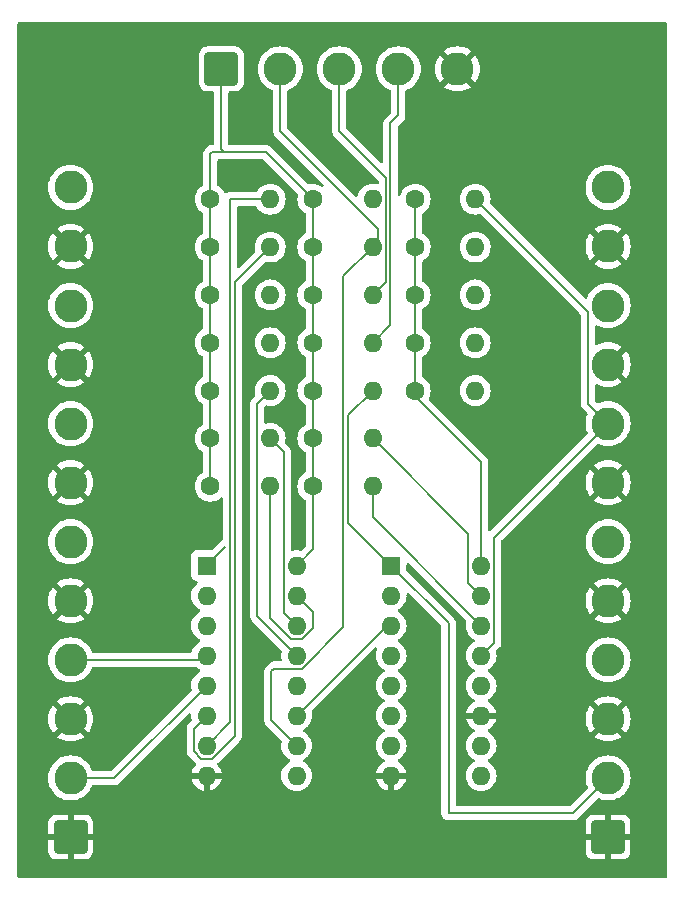
<source format=gbr>
G04 #@! TF.GenerationSoftware,KiCad,Pcbnew,8.0.6-8.0.6-0~ubuntu20.04.1*
G04 #@! TF.CreationDate,2025-03-06T21:33:17+00:00*
G04 #@! TF.ProjectId,SNES_CONTROLLER,534e4553-5f43-44f4-9e54-524f4c4c4552,rev?*
G04 #@! TF.SameCoordinates,Original*
G04 #@! TF.FileFunction,Copper,L1,Top*
G04 #@! TF.FilePolarity,Positive*
%FSLAX46Y46*%
G04 Gerber Fmt 4.6, Leading zero omitted, Abs format (unit mm)*
G04 Created by KiCad (PCBNEW 8.0.6-8.0.6-0~ubuntu20.04.1) date 2025-03-06 21:33:17*
%MOMM*%
%LPD*%
G01*
G04 APERTURE LIST*
G04 Aperture macros list*
%AMRoundRect*
0 Rectangle with rounded corners*
0 $1 Rounding radius*
0 $2 $3 $4 $5 $6 $7 $8 $9 X,Y pos of 4 corners*
0 Add a 4 corners polygon primitive as box body*
4,1,4,$2,$3,$4,$5,$6,$7,$8,$9,$2,$3,0*
0 Add four circle primitives for the rounded corners*
1,1,$1+$1,$2,$3*
1,1,$1+$1,$4,$5*
1,1,$1+$1,$6,$7*
1,1,$1+$1,$8,$9*
0 Add four rect primitives between the rounded corners*
20,1,$1+$1,$2,$3,$4,$5,0*
20,1,$1+$1,$4,$5,$6,$7,0*
20,1,$1+$1,$6,$7,$8,$9,0*
20,1,$1+$1,$8,$9,$2,$3,0*%
G04 Aperture macros list end*
G04 #@! TA.AperFunction,ComponentPad*
%ADD10C,1.600000*%
G04 #@! TD*
G04 #@! TA.AperFunction,ComponentPad*
%ADD11O,1.600000X1.600000*%
G04 #@! TD*
G04 #@! TA.AperFunction,ComponentPad*
%ADD12RoundRect,0.250001X1.149999X-1.149999X1.149999X1.149999X-1.149999X1.149999X-1.149999X-1.149999X0*%
G04 #@! TD*
G04 #@! TA.AperFunction,ComponentPad*
%ADD13C,2.800000*%
G04 #@! TD*
G04 #@! TA.AperFunction,ComponentPad*
%ADD14R,1.600000X1.600000*%
G04 #@! TD*
G04 #@! TA.AperFunction,ComponentPad*
%ADD15RoundRect,0.250001X-1.149999X-1.149999X1.149999X-1.149999X1.149999X1.149999X-1.149999X1.149999X0*%
G04 #@! TD*
G04 #@! TA.AperFunction,Conductor*
%ADD16C,0.200000*%
G04 #@! TD*
G04 APERTURE END LIST*
D10*
X124000000Y-75500000D03*
D11*
X129080000Y-75500000D03*
D10*
X124000000Y-83600000D03*
D11*
X129080000Y-83600000D03*
D10*
X132680000Y-87650000D03*
D11*
X137760000Y-87650000D03*
D12*
X103500000Y-129500000D03*
D13*
X103500000Y-124500000D03*
X103500000Y-119500000D03*
X103500000Y-114500000D03*
X103500000Y-109500000D03*
X103500000Y-104500000D03*
X103500000Y-99500000D03*
X103500000Y-94500000D03*
X103500000Y-89500000D03*
X103500000Y-84500000D03*
X103500000Y-79500000D03*
X103500000Y-74500000D03*
D14*
X130635000Y-106520000D03*
D11*
X130635000Y-109060000D03*
X130635000Y-111600000D03*
X130635000Y-114140000D03*
X130635000Y-116680000D03*
X130635000Y-119220000D03*
X130635000Y-121760000D03*
X130635000Y-124300000D03*
X138255000Y-124300000D03*
X138255000Y-121760000D03*
X138255000Y-119220000D03*
X138255000Y-116680000D03*
X138255000Y-114140000D03*
X138255000Y-111600000D03*
X138255000Y-109060000D03*
X138255000Y-106520000D03*
D10*
X132680000Y-91700000D03*
D11*
X137760000Y-91700000D03*
D10*
X115320000Y-95750000D03*
D11*
X120400000Y-95750000D03*
D10*
X132680000Y-75500000D03*
D11*
X137760000Y-75500000D03*
D10*
X115320000Y-79550000D03*
D11*
X120400000Y-79550000D03*
D12*
X149000000Y-129500000D03*
D13*
X149000000Y-124500000D03*
X149000000Y-119500000D03*
X149000000Y-114500000D03*
X149000000Y-109500000D03*
X149000000Y-104500000D03*
X149000000Y-99500000D03*
X149000000Y-94500000D03*
X149000000Y-89500000D03*
X149000000Y-84500000D03*
X149000000Y-79500000D03*
X149000000Y-74500000D03*
D10*
X115320000Y-75500000D03*
D11*
X120400000Y-75500000D03*
D10*
X124000000Y-79550000D03*
D11*
X129080000Y-79550000D03*
D10*
X124000000Y-95750000D03*
D11*
X129080000Y-95750000D03*
D10*
X115320000Y-99800000D03*
D11*
X120400000Y-99800000D03*
D15*
X116250000Y-64467500D03*
D13*
X121250000Y-64467500D03*
X126250000Y-64467500D03*
X131250000Y-64467500D03*
X136250000Y-64467500D03*
D10*
X124000000Y-87650000D03*
D11*
X129080000Y-87650000D03*
D10*
X115320000Y-87650000D03*
D11*
X120400000Y-87650000D03*
D14*
X115015000Y-106520000D03*
D11*
X115015000Y-109060000D03*
X115015000Y-111600000D03*
X115015000Y-114140000D03*
X115015000Y-116680000D03*
X115015000Y-119220000D03*
X115015000Y-121760000D03*
X115015000Y-124300000D03*
X122635000Y-124300000D03*
X122635000Y-121760000D03*
X122635000Y-119220000D03*
X122635000Y-116680000D03*
X122635000Y-114140000D03*
X122635000Y-111600000D03*
X122635000Y-109060000D03*
X122635000Y-106520000D03*
D10*
X124000000Y-91700000D03*
D11*
X129080000Y-91700000D03*
D10*
X115320000Y-91700000D03*
D11*
X120400000Y-91700000D03*
D10*
X115320000Y-83600000D03*
D11*
X120400000Y-83600000D03*
D10*
X132680000Y-83600000D03*
D11*
X137760000Y-83600000D03*
D10*
X124000000Y-99800000D03*
D11*
X129080000Y-99800000D03*
D10*
X132680000Y-79550000D03*
D11*
X137760000Y-79550000D03*
D16*
X132680000Y-79550000D02*
X132680000Y-83600000D01*
X115320000Y-75500000D02*
X115320000Y-71680000D01*
X124000000Y-75500000D02*
X124000000Y-79550000D01*
X132680000Y-75500000D02*
X132680000Y-79550000D01*
X132680000Y-83600000D02*
X132680000Y-87650000D01*
X115320000Y-71680000D02*
X115500000Y-71500000D01*
X132680000Y-92180000D02*
X138255000Y-97755000D01*
X116000000Y-71500000D02*
X116500000Y-71500000D01*
X115320000Y-87650000D02*
X115320000Y-91700000D01*
X124000000Y-95750000D02*
X124000000Y-99800000D01*
X115320000Y-79550000D02*
X115320000Y-83600000D01*
X124000000Y-87650000D02*
X124000000Y-91700000D01*
X124000000Y-105155000D02*
X122635000Y-106520000D01*
X124000000Y-79550000D02*
X124000000Y-83600000D01*
X115320000Y-83600000D02*
X115320000Y-87650000D01*
X116250000Y-64467500D02*
X116250000Y-71250000D01*
X124000000Y-99800000D02*
X124000000Y-105155000D01*
X115500000Y-71500000D02*
X116000000Y-71500000D01*
X116500000Y-71500000D02*
X120000000Y-71500000D01*
X124000000Y-83600000D02*
X124000000Y-87650000D01*
X132680000Y-91700000D02*
X132680000Y-92180000D01*
X132680000Y-87650000D02*
X132680000Y-91700000D01*
X124000000Y-91700000D02*
X124000000Y-95750000D01*
X116250000Y-71250000D02*
X116500000Y-71500000D01*
X115320000Y-75500000D02*
X115320000Y-79550000D01*
X138255000Y-97755000D02*
X138255000Y-106520000D01*
X115320000Y-91700000D02*
X115320000Y-95750000D01*
X124000000Y-75500000D02*
X120000000Y-71500000D01*
X115320000Y-95750000D02*
X115320000Y-99800000D01*
X126250000Y-64467500D02*
X126250000Y-69750000D01*
X130180000Y-73680000D02*
X130180000Y-82500000D01*
X126250000Y-69750000D02*
X130180000Y-73680000D01*
X130180000Y-82500000D02*
X129080000Y-83600000D01*
X126600000Y-111730635D02*
X126600000Y-82030000D01*
X121250000Y-69750000D02*
X129500000Y-78000000D01*
X123090635Y-115240000D02*
X126600000Y-111730635D01*
X129500000Y-79130000D02*
X129080000Y-79550000D01*
X129500000Y-78000000D02*
X129500000Y-79130000D01*
X120740000Y-115240000D02*
X120500000Y-115480000D01*
X120740000Y-115240000D02*
X123090635Y-115240000D01*
X122635000Y-121760000D02*
X120500000Y-119625000D01*
X126600000Y-82030000D02*
X129080000Y-79550000D01*
X121250000Y-64467500D02*
X121250000Y-69750000D01*
X120500000Y-115480000D02*
X120500000Y-119625000D01*
X131250000Y-64467500D02*
X131250000Y-68410000D01*
X130580000Y-69080000D02*
X130580000Y-86150000D01*
X131250000Y-68410000D02*
X130580000Y-69080000D01*
X130580000Y-86150000D02*
X129080000Y-87650000D01*
X103500000Y-114500000D02*
X114655000Y-114500000D01*
X114655000Y-114500000D02*
X115015000Y-114140000D01*
X120400000Y-99800000D02*
X120400000Y-110920635D01*
X123090635Y-112700000D02*
X124000000Y-111790635D01*
X122179365Y-112700000D02*
X123090635Y-112700000D01*
X120400000Y-110920635D02*
X122179365Y-112700000D01*
X124000000Y-111790635D02*
X124000000Y-110425000D01*
X124000000Y-110425000D02*
X122635000Y-109060000D01*
X115035000Y-106500000D02*
X115000000Y-106500000D01*
X115015000Y-106520000D02*
X116600000Y-104935000D01*
X116600000Y-104935000D02*
X115035000Y-106500000D01*
X120400000Y-95750000D02*
X121535000Y-96885000D01*
X121535000Y-96885000D02*
X121535000Y-110500000D01*
X121535000Y-110500000D02*
X122635000Y-111600000D01*
X107195000Y-124500000D02*
X115015000Y-116680000D01*
X103500000Y-124500000D02*
X107195000Y-124500000D01*
X119300000Y-92800000D02*
X119300000Y-110805000D01*
X119300000Y-110805000D02*
X122635000Y-114140000D01*
X120400000Y-91700000D02*
X119300000Y-92800000D01*
X117000000Y-119775000D02*
X115015000Y-121760000D01*
X117000000Y-75500000D02*
X117000000Y-119775000D01*
X120400000Y-75500000D02*
X117000000Y-75500000D01*
X135500000Y-111385000D02*
X135500000Y-127500000D01*
X146000000Y-127500000D02*
X149000000Y-124500000D01*
X129080000Y-91700000D02*
X127000000Y-93780000D01*
X130635000Y-106520000D02*
X135500000Y-111385000D01*
X127000000Y-102885000D02*
X130635000Y-106520000D01*
X135500000Y-127500000D02*
X146000000Y-127500000D01*
X127000000Y-93780000D02*
X127000000Y-102885000D01*
X149000000Y-94500000D02*
X139355000Y-104145000D01*
X137760000Y-75500000D02*
X147300000Y-85040000D01*
X147300000Y-92800000D02*
X149000000Y-94500000D01*
X139355000Y-113040000D02*
X138255000Y-114140000D01*
X139355000Y-104145000D02*
X139355000Y-113040000D01*
X147300000Y-85040000D02*
X147300000Y-92800000D01*
X120400000Y-79550000D02*
X117400000Y-82550000D01*
X117400000Y-120930635D02*
X115470635Y-122860000D01*
X113915000Y-122215635D02*
X113915000Y-120320000D01*
X114559365Y-122860000D02*
X113915000Y-122215635D01*
X115470635Y-122860000D02*
X114559365Y-122860000D01*
X117400000Y-82550000D02*
X117400000Y-120930635D01*
X113915000Y-120320000D02*
X115015000Y-119220000D01*
X137155000Y-107960000D02*
X138255000Y-109060000D01*
X137155000Y-103825000D02*
X137155000Y-107960000D01*
X129080000Y-95750000D02*
X137155000Y-103825000D01*
X129080000Y-102425000D02*
X138255000Y-111600000D01*
X129080000Y-99800000D02*
X129080000Y-102425000D01*
X130255000Y-111600000D02*
X130635000Y-111600000D01*
X122635000Y-119220000D02*
X130255000Y-111600000D01*
G04 #@! TA.AperFunction,Conductor*
G36*
X153943039Y-60519685D02*
G01*
X153988794Y-60572489D01*
X154000000Y-60624000D01*
X154000000Y-132876000D01*
X153980315Y-132943039D01*
X153927511Y-132988794D01*
X153876000Y-133000000D01*
X99124000Y-133000000D01*
X99056961Y-132980315D01*
X99011206Y-132927511D01*
X99000000Y-132876000D01*
X99000000Y-128300014D01*
X101600000Y-128300014D01*
X101600000Y-129250000D01*
X102899999Y-129250000D01*
X102874979Y-129310402D01*
X102850000Y-129435981D01*
X102850000Y-129564019D01*
X102874979Y-129689598D01*
X102899999Y-129750000D01*
X101600000Y-129750000D01*
X101600000Y-130699985D01*
X101610493Y-130802689D01*
X101610494Y-130802696D01*
X101665641Y-130969118D01*
X101665643Y-130969123D01*
X101757684Y-131118344D01*
X101881655Y-131242315D01*
X102030876Y-131334356D01*
X102030881Y-131334358D01*
X102197303Y-131389505D01*
X102197310Y-131389506D01*
X102300014Y-131399999D01*
X102300027Y-131400000D01*
X103250000Y-131400000D01*
X103250000Y-130100001D01*
X103310402Y-130125021D01*
X103435981Y-130150000D01*
X103564019Y-130150000D01*
X103689598Y-130125021D01*
X103750000Y-130100001D01*
X103750000Y-131400000D01*
X104699973Y-131400000D01*
X104699985Y-131399999D01*
X104802689Y-131389506D01*
X104802696Y-131389505D01*
X104969118Y-131334358D01*
X104969123Y-131334356D01*
X105118344Y-131242315D01*
X105242315Y-131118344D01*
X105334356Y-130969123D01*
X105334358Y-130969118D01*
X105389505Y-130802696D01*
X105389506Y-130802689D01*
X105399999Y-130699985D01*
X105400000Y-130699972D01*
X105400000Y-129750000D01*
X104100001Y-129750000D01*
X104125021Y-129689598D01*
X104150000Y-129564019D01*
X104150000Y-129435981D01*
X104125021Y-129310402D01*
X104100001Y-129250000D01*
X105400000Y-129250000D01*
X105400000Y-128300027D01*
X105399999Y-128300014D01*
X147100000Y-128300014D01*
X147100000Y-129250000D01*
X148399999Y-129250000D01*
X148374979Y-129310402D01*
X148350000Y-129435981D01*
X148350000Y-129564019D01*
X148374979Y-129689598D01*
X148399999Y-129750000D01*
X147100000Y-129750000D01*
X147100000Y-130699985D01*
X147110493Y-130802689D01*
X147110494Y-130802696D01*
X147165641Y-130969118D01*
X147165643Y-130969123D01*
X147257684Y-131118344D01*
X147381655Y-131242315D01*
X147530876Y-131334356D01*
X147530881Y-131334358D01*
X147697303Y-131389505D01*
X147697310Y-131389506D01*
X147800014Y-131399999D01*
X147800027Y-131400000D01*
X148750000Y-131400000D01*
X148750000Y-130100001D01*
X148810402Y-130125021D01*
X148935981Y-130150000D01*
X149064019Y-130150000D01*
X149189598Y-130125021D01*
X149250000Y-130100001D01*
X149250000Y-131400000D01*
X150199973Y-131400000D01*
X150199985Y-131399999D01*
X150302689Y-131389506D01*
X150302696Y-131389505D01*
X150469118Y-131334358D01*
X150469123Y-131334356D01*
X150618344Y-131242315D01*
X150742315Y-131118344D01*
X150834356Y-130969123D01*
X150834358Y-130969118D01*
X150889505Y-130802696D01*
X150889506Y-130802689D01*
X150899999Y-130699985D01*
X150900000Y-130699972D01*
X150900000Y-129750000D01*
X149600001Y-129750000D01*
X149625021Y-129689598D01*
X149650000Y-129564019D01*
X149650000Y-129435981D01*
X149625021Y-129310402D01*
X149600001Y-129250000D01*
X150900000Y-129250000D01*
X150900000Y-128300027D01*
X150899999Y-128300014D01*
X150889506Y-128197310D01*
X150889505Y-128197303D01*
X150834358Y-128030881D01*
X150834356Y-128030876D01*
X150742315Y-127881655D01*
X150618344Y-127757684D01*
X150469123Y-127665643D01*
X150469118Y-127665641D01*
X150302696Y-127610494D01*
X150302689Y-127610493D01*
X150199985Y-127600000D01*
X149250000Y-127600000D01*
X149250000Y-128899998D01*
X149189598Y-128874979D01*
X149064019Y-128850000D01*
X148935981Y-128850000D01*
X148810402Y-128874979D01*
X148750000Y-128899998D01*
X148750000Y-127600000D01*
X147800014Y-127600000D01*
X147697310Y-127610493D01*
X147697303Y-127610494D01*
X147530881Y-127665641D01*
X147530876Y-127665643D01*
X147381655Y-127757684D01*
X147257684Y-127881655D01*
X147165643Y-128030876D01*
X147165641Y-128030881D01*
X147110494Y-128197303D01*
X147110493Y-128197310D01*
X147100000Y-128300014D01*
X105399999Y-128300014D01*
X105389506Y-128197310D01*
X105389505Y-128197303D01*
X105334358Y-128030881D01*
X105334356Y-128030876D01*
X105242315Y-127881655D01*
X105118344Y-127757684D01*
X104969123Y-127665643D01*
X104969118Y-127665641D01*
X104802696Y-127610494D01*
X104802689Y-127610493D01*
X104699985Y-127600000D01*
X103750000Y-127600000D01*
X103750000Y-128899998D01*
X103689598Y-128874979D01*
X103564019Y-128850000D01*
X103435981Y-128850000D01*
X103310402Y-128874979D01*
X103250000Y-128899998D01*
X103250000Y-127600000D01*
X102300014Y-127600000D01*
X102197310Y-127610493D01*
X102197303Y-127610494D01*
X102030881Y-127665641D01*
X102030876Y-127665643D01*
X101881655Y-127757684D01*
X101757684Y-127881655D01*
X101665643Y-128030876D01*
X101665641Y-128030881D01*
X101610494Y-128197303D01*
X101610493Y-128197310D01*
X101600000Y-128300014D01*
X99000000Y-128300014D01*
X99000000Y-119499998D01*
X101595147Y-119499998D01*
X101595147Y-119500001D01*
X101614536Y-119771090D01*
X101614537Y-119771097D01*
X101672305Y-120036654D01*
X101767285Y-120291306D01*
X101767287Y-120291310D01*
X101897532Y-120529835D01*
X101897537Y-120529843D01*
X101991321Y-120655123D01*
X101991322Y-120655124D01*
X102898958Y-119747488D01*
X102923978Y-119807890D01*
X102995112Y-119914351D01*
X103085649Y-120004888D01*
X103192110Y-120076022D01*
X103252511Y-120101041D01*
X102344874Y-121008676D01*
X102470163Y-121102466D01*
X102470164Y-121102467D01*
X102708689Y-121232712D01*
X102708693Y-121232714D01*
X102963345Y-121327694D01*
X103228902Y-121385462D01*
X103228909Y-121385463D01*
X103499999Y-121404853D01*
X103500001Y-121404853D01*
X103771090Y-121385463D01*
X103771097Y-121385462D01*
X104036654Y-121327694D01*
X104291306Y-121232714D01*
X104291310Y-121232712D01*
X104529844Y-121102462D01*
X104655123Y-121008677D01*
X104655124Y-121008676D01*
X103747488Y-120101041D01*
X103807890Y-120076022D01*
X103914351Y-120004888D01*
X104004888Y-119914351D01*
X104076022Y-119807890D01*
X104101041Y-119747488D01*
X105008676Y-120655124D01*
X105008677Y-120655123D01*
X105102462Y-120529844D01*
X105232712Y-120291310D01*
X105232714Y-120291306D01*
X105327694Y-120036654D01*
X105385462Y-119771097D01*
X105385463Y-119771090D01*
X105404853Y-119500001D01*
X105404853Y-119499998D01*
X105385463Y-119228909D01*
X105385462Y-119228902D01*
X105327694Y-118963345D01*
X105232714Y-118708693D01*
X105232712Y-118708689D01*
X105102467Y-118470164D01*
X105102466Y-118470163D01*
X105008676Y-118344874D01*
X104101041Y-119252510D01*
X104076022Y-119192110D01*
X104004888Y-119085649D01*
X103914351Y-118995112D01*
X103807890Y-118923978D01*
X103747488Y-118898958D01*
X104655124Y-117991322D01*
X104655123Y-117991321D01*
X104529843Y-117897537D01*
X104529835Y-117897532D01*
X104291310Y-117767287D01*
X104291306Y-117767285D01*
X104036654Y-117672305D01*
X103771097Y-117614537D01*
X103771090Y-117614536D01*
X103500001Y-117595147D01*
X103499999Y-117595147D01*
X103228909Y-117614536D01*
X103228902Y-117614537D01*
X102963345Y-117672305D01*
X102708693Y-117767285D01*
X102708689Y-117767287D01*
X102470164Y-117897532D01*
X102470156Y-117897537D01*
X102344875Y-117991321D01*
X102344874Y-117991322D01*
X103252511Y-118898958D01*
X103192110Y-118923978D01*
X103085649Y-118995112D01*
X102995112Y-119085649D01*
X102923978Y-119192110D01*
X102898958Y-119252510D01*
X101991322Y-118344874D01*
X101991321Y-118344875D01*
X101897537Y-118470156D01*
X101897532Y-118470164D01*
X101767287Y-118708689D01*
X101767285Y-118708693D01*
X101672305Y-118963345D01*
X101614537Y-119228902D01*
X101614536Y-119228909D01*
X101595147Y-119499998D01*
X99000000Y-119499998D01*
X99000000Y-114499998D01*
X101594645Y-114499998D01*
X101594645Y-114500001D01*
X101614039Y-114771160D01*
X101614040Y-114771167D01*
X101659282Y-114979141D01*
X101671825Y-115036801D01*
X101725671Y-115181166D01*
X101766830Y-115291519D01*
X101897109Y-115530107D01*
X101897110Y-115530108D01*
X101897113Y-115530113D01*
X102060029Y-115747742D01*
X102060033Y-115747746D01*
X102060038Y-115747752D01*
X102252247Y-115939961D01*
X102252253Y-115939966D01*
X102252258Y-115939971D01*
X102469887Y-116102887D01*
X102469891Y-116102889D01*
X102469892Y-116102890D01*
X102708481Y-116233169D01*
X102708480Y-116233169D01*
X102708484Y-116233170D01*
X102708487Y-116233172D01*
X102963199Y-116328175D01*
X103228840Y-116385961D01*
X103480605Y-116403967D01*
X103499999Y-116405355D01*
X103500000Y-116405355D01*
X103500001Y-116405355D01*
X103518100Y-116404060D01*
X103771160Y-116385961D01*
X104036801Y-116328175D01*
X104291513Y-116233172D01*
X104291517Y-116233169D01*
X104291519Y-116233169D01*
X104524027Y-116106210D01*
X104530113Y-116102887D01*
X104747742Y-115939971D01*
X104939971Y-115747742D01*
X105102887Y-115530113D01*
X105204626Y-115343791D01*
X105233169Y-115291519D01*
X105233169Y-115291517D01*
X105233172Y-115291513D01*
X105274329Y-115181165D01*
X105316201Y-115125233D01*
X105381665Y-115100816D01*
X105390511Y-115100500D01*
X114084951Y-115100500D01*
X114151990Y-115120185D01*
X114172632Y-115136819D01*
X114175858Y-115140045D01*
X114175861Y-115140047D01*
X114362266Y-115270568D01*
X114420275Y-115297618D01*
X114472714Y-115343791D01*
X114491866Y-115410984D01*
X114471650Y-115477865D01*
X114420275Y-115522382D01*
X114362267Y-115549431D01*
X114362265Y-115549432D01*
X114175858Y-115679954D01*
X114014954Y-115840858D01*
X113884432Y-116027265D01*
X113884431Y-116027267D01*
X113788261Y-116233502D01*
X113788258Y-116233511D01*
X113729366Y-116453302D01*
X113729364Y-116453313D01*
X113709532Y-116679998D01*
X113709532Y-116680001D01*
X113729364Y-116906686D01*
X113729366Y-116906697D01*
X113755152Y-117002931D01*
X113753489Y-117072781D01*
X113723058Y-117122705D01*
X106982584Y-123863181D01*
X106921261Y-123896666D01*
X106894903Y-123899500D01*
X105390511Y-123899500D01*
X105323472Y-123879815D01*
X105277717Y-123827011D01*
X105274329Y-123818834D01*
X105233169Y-123708480D01*
X105102890Y-123469892D01*
X105102889Y-123469891D01*
X105102887Y-123469887D01*
X104939971Y-123252258D01*
X104939966Y-123252253D01*
X104939961Y-123252247D01*
X104747752Y-123060038D01*
X104747746Y-123060033D01*
X104747742Y-123060029D01*
X104530113Y-122897113D01*
X104530108Y-122897110D01*
X104530107Y-122897109D01*
X104291518Y-122766830D01*
X104291519Y-122766830D01*
X104241920Y-122748330D01*
X104036801Y-122671825D01*
X104036794Y-122671823D01*
X104036793Y-122671823D01*
X103771167Y-122614040D01*
X103771160Y-122614039D01*
X103500001Y-122594645D01*
X103499999Y-122594645D01*
X103228839Y-122614039D01*
X103228832Y-122614040D01*
X102963206Y-122671823D01*
X102963202Y-122671824D01*
X102963199Y-122671825D01*
X102879013Y-122703225D01*
X102708480Y-122766830D01*
X102469892Y-122897109D01*
X102469891Y-122897110D01*
X102252259Y-123060028D01*
X102252247Y-123060038D01*
X102060038Y-123252247D01*
X102060028Y-123252259D01*
X101897110Y-123469891D01*
X101897109Y-123469892D01*
X101766830Y-123708480D01*
X101722621Y-123827011D01*
X101671825Y-123963199D01*
X101671824Y-123963202D01*
X101671823Y-123963206D01*
X101614040Y-124228832D01*
X101614039Y-124228839D01*
X101594645Y-124499998D01*
X101594645Y-124500001D01*
X101614039Y-124771160D01*
X101614040Y-124771167D01*
X101670485Y-125030642D01*
X101671825Y-125036801D01*
X101709996Y-125139141D01*
X101766830Y-125291519D01*
X101897109Y-125530107D01*
X101897110Y-125530108D01*
X101897113Y-125530113D01*
X102060029Y-125747742D01*
X102060033Y-125747746D01*
X102060038Y-125747752D01*
X102252247Y-125939961D01*
X102252253Y-125939966D01*
X102252258Y-125939971D01*
X102469887Y-126102887D01*
X102469891Y-126102889D01*
X102469892Y-126102890D01*
X102708481Y-126233169D01*
X102708480Y-126233169D01*
X102708484Y-126233170D01*
X102708487Y-126233172D01*
X102963199Y-126328175D01*
X103228840Y-126385961D01*
X103480605Y-126403967D01*
X103499999Y-126405355D01*
X103500000Y-126405355D01*
X103500001Y-126405355D01*
X103518100Y-126404060D01*
X103771160Y-126385961D01*
X104036801Y-126328175D01*
X104291513Y-126233172D01*
X104291517Y-126233169D01*
X104291519Y-126233169D01*
X104410813Y-126168029D01*
X104530113Y-126102887D01*
X104747742Y-125939971D01*
X104939971Y-125747742D01*
X105102887Y-125530113D01*
X105233172Y-125291513D01*
X105274329Y-125181165D01*
X105316201Y-125125233D01*
X105381665Y-125100816D01*
X105390511Y-125100500D01*
X107108331Y-125100500D01*
X107108347Y-125100501D01*
X107115943Y-125100501D01*
X107274054Y-125100501D01*
X107274057Y-125100501D01*
X107426785Y-125059577D01*
X107476904Y-125030639D01*
X107563716Y-124980520D01*
X107675520Y-124868716D01*
X107675520Y-124868714D01*
X107685728Y-124858507D01*
X107685730Y-124858504D01*
X113505573Y-119038660D01*
X113566894Y-119005177D01*
X113636586Y-119010161D01*
X113692519Y-119052033D01*
X113716936Y-119117497D01*
X113716780Y-119137150D01*
X113709532Y-119219997D01*
X113709532Y-119220001D01*
X113729364Y-119446686D01*
X113729366Y-119446697D01*
X113755152Y-119542931D01*
X113753489Y-119612781D01*
X113723058Y-119662705D01*
X113546286Y-119839478D01*
X113434481Y-119951282D01*
X113434479Y-119951285D01*
X113384361Y-120038094D01*
X113384359Y-120038096D01*
X113355425Y-120088209D01*
X113355424Y-120088210D01*
X113345561Y-120125021D01*
X113314499Y-120240943D01*
X113314499Y-120240945D01*
X113314499Y-120409046D01*
X113314500Y-120409059D01*
X113314500Y-122128965D01*
X113314499Y-122128983D01*
X113314499Y-122294689D01*
X113314498Y-122294689D01*
X113355423Y-122447422D01*
X113362376Y-122459464D01*
X113362378Y-122459466D01*
X113434477Y-122584347D01*
X113434481Y-122584352D01*
X113553349Y-122703220D01*
X113553355Y-122703225D01*
X114075643Y-123225514D01*
X114109128Y-123286837D01*
X114104144Y-123356529D01*
X114075645Y-123400875D01*
X114015339Y-123461182D01*
X113884866Y-123647517D01*
X113788734Y-123853673D01*
X113788730Y-123853682D01*
X113736127Y-124049999D01*
X113736128Y-124050000D01*
X114699314Y-124050000D01*
X114694920Y-124054394D01*
X114642259Y-124145606D01*
X114615000Y-124247339D01*
X114615000Y-124352661D01*
X114642259Y-124454394D01*
X114694920Y-124545606D01*
X114699314Y-124550000D01*
X113736128Y-124550000D01*
X113788730Y-124746317D01*
X113788734Y-124746326D01*
X113884865Y-124952482D01*
X114015342Y-125138820D01*
X114176179Y-125299657D01*
X114362517Y-125430134D01*
X114568673Y-125526265D01*
X114568682Y-125526269D01*
X114764999Y-125578872D01*
X114765000Y-125578871D01*
X114765000Y-124615686D01*
X114769394Y-124620080D01*
X114860606Y-124672741D01*
X114962339Y-124700000D01*
X115067661Y-124700000D01*
X115169394Y-124672741D01*
X115260606Y-124620080D01*
X115265000Y-124615686D01*
X115265000Y-125578872D01*
X115461317Y-125526269D01*
X115461326Y-125526265D01*
X115667482Y-125430134D01*
X115853820Y-125299657D01*
X116014657Y-125138820D01*
X116145134Y-124952482D01*
X116241265Y-124746326D01*
X116241269Y-124746317D01*
X116293872Y-124550000D01*
X115330686Y-124550000D01*
X115335080Y-124545606D01*
X115387741Y-124454394D01*
X115415000Y-124352661D01*
X115415000Y-124247339D01*
X115387741Y-124145606D01*
X115335080Y-124054394D01*
X115330686Y-124050000D01*
X116293872Y-124050000D01*
X116293872Y-124049999D01*
X116241269Y-123853682D01*
X116241265Y-123853673D01*
X116145134Y-123647517D01*
X116014657Y-123461179D01*
X115954355Y-123400877D01*
X115920870Y-123339554D01*
X115925854Y-123269862D01*
X115938145Y-123250739D01*
X115938136Y-123250735D01*
X115938140Y-123250727D01*
X115938262Y-123250556D01*
X115954367Y-123225502D01*
X115961360Y-123218510D01*
X115961364Y-123218505D01*
X117758506Y-121421363D01*
X117758511Y-121421359D01*
X117768714Y-121411155D01*
X117768716Y-121411155D01*
X117880520Y-121299351D01*
X117945983Y-121185965D01*
X117959577Y-121162420D01*
X118000500Y-121009692D01*
X118000500Y-120851578D01*
X118000500Y-87649998D01*
X119094532Y-87649998D01*
X119094532Y-87650001D01*
X119114364Y-87876686D01*
X119114366Y-87876697D01*
X119173258Y-88096488D01*
X119173261Y-88096497D01*
X119269431Y-88302732D01*
X119269432Y-88302734D01*
X119399954Y-88489141D01*
X119560858Y-88650045D01*
X119560861Y-88650047D01*
X119747266Y-88780568D01*
X119953504Y-88876739D01*
X120173308Y-88935635D01*
X120335230Y-88949801D01*
X120399998Y-88955468D01*
X120400000Y-88955468D01*
X120400002Y-88955468D01*
X120456673Y-88950509D01*
X120626692Y-88935635D01*
X120846496Y-88876739D01*
X121052734Y-88780568D01*
X121239139Y-88650047D01*
X121400047Y-88489139D01*
X121530568Y-88302734D01*
X121626739Y-88096496D01*
X121685635Y-87876692D01*
X121705468Y-87650000D01*
X121685635Y-87423308D01*
X121626739Y-87203504D01*
X121530568Y-86997266D01*
X121400047Y-86810861D01*
X121400045Y-86810858D01*
X121239141Y-86649954D01*
X121052734Y-86519432D01*
X121052732Y-86519431D01*
X120846497Y-86423261D01*
X120846488Y-86423258D01*
X120626697Y-86364366D01*
X120626693Y-86364365D01*
X120626692Y-86364365D01*
X120626691Y-86364364D01*
X120626686Y-86364364D01*
X120400002Y-86344532D01*
X120399998Y-86344532D01*
X120173313Y-86364364D01*
X120173302Y-86364366D01*
X119953511Y-86423258D01*
X119953502Y-86423261D01*
X119747267Y-86519431D01*
X119747265Y-86519432D01*
X119560858Y-86649954D01*
X119399954Y-86810858D01*
X119269432Y-86997265D01*
X119269431Y-86997267D01*
X119173261Y-87203502D01*
X119173258Y-87203511D01*
X119114366Y-87423302D01*
X119114364Y-87423313D01*
X119094532Y-87649998D01*
X118000500Y-87649998D01*
X118000500Y-83599998D01*
X119094532Y-83599998D01*
X119094532Y-83600001D01*
X119114364Y-83826686D01*
X119114366Y-83826697D01*
X119173258Y-84046488D01*
X119173261Y-84046497D01*
X119269431Y-84252732D01*
X119269432Y-84252734D01*
X119399954Y-84439141D01*
X119560858Y-84600045D01*
X119560861Y-84600047D01*
X119747266Y-84730568D01*
X119953504Y-84826739D01*
X120173308Y-84885635D01*
X120335230Y-84899801D01*
X120399998Y-84905468D01*
X120400000Y-84905468D01*
X120400002Y-84905468D01*
X120456673Y-84900509D01*
X120626692Y-84885635D01*
X120846496Y-84826739D01*
X121052734Y-84730568D01*
X121239139Y-84600047D01*
X121400047Y-84439139D01*
X121530568Y-84252734D01*
X121626739Y-84046496D01*
X121685635Y-83826692D01*
X121705468Y-83600000D01*
X121685635Y-83373308D01*
X121626739Y-83153504D01*
X121530568Y-82947266D01*
X121400047Y-82760861D01*
X121400045Y-82760858D01*
X121239141Y-82599954D01*
X121052734Y-82469432D01*
X121052732Y-82469431D01*
X120846497Y-82373261D01*
X120846488Y-82373258D01*
X120626697Y-82314366D01*
X120626693Y-82314365D01*
X120626692Y-82314365D01*
X120626691Y-82314364D01*
X120626686Y-82314364D01*
X120400002Y-82294532D01*
X120399998Y-82294532D01*
X120173313Y-82314364D01*
X120173302Y-82314366D01*
X119953511Y-82373258D01*
X119953502Y-82373261D01*
X119747267Y-82469431D01*
X119747265Y-82469432D01*
X119560858Y-82599954D01*
X119399954Y-82760858D01*
X119269432Y-82947265D01*
X119269431Y-82947267D01*
X119173261Y-83153502D01*
X119173258Y-83153511D01*
X119114366Y-83373302D01*
X119114364Y-83373313D01*
X119094532Y-83599998D01*
X118000500Y-83599998D01*
X118000500Y-82850096D01*
X118020185Y-82783057D01*
X118036814Y-82762420D01*
X119957294Y-80841939D01*
X120018615Y-80808456D01*
X120077066Y-80809847D01*
X120096604Y-80815082D01*
X120173308Y-80835635D01*
X120335230Y-80849801D01*
X120399998Y-80855468D01*
X120400000Y-80855468D01*
X120400002Y-80855468D01*
X120456673Y-80850509D01*
X120626692Y-80835635D01*
X120846496Y-80776739D01*
X121052734Y-80680568D01*
X121239139Y-80550047D01*
X121400047Y-80389139D01*
X121530568Y-80202734D01*
X121626739Y-79996496D01*
X121685635Y-79776692D01*
X121702634Y-79582384D01*
X121705468Y-79550001D01*
X121705468Y-79549998D01*
X121699801Y-79485230D01*
X121685635Y-79323308D01*
X121640916Y-79156415D01*
X121626741Y-79103511D01*
X121626738Y-79103502D01*
X121618413Y-79085649D01*
X121530568Y-78897266D01*
X121400047Y-78710861D01*
X121400045Y-78710858D01*
X121239141Y-78549954D01*
X121052734Y-78419432D01*
X121052732Y-78419431D01*
X120846497Y-78323261D01*
X120846488Y-78323258D01*
X120626697Y-78264366D01*
X120626693Y-78264365D01*
X120626692Y-78264365D01*
X120626691Y-78264364D01*
X120626686Y-78264364D01*
X120400002Y-78244532D01*
X120399998Y-78244532D01*
X120173313Y-78264364D01*
X120173302Y-78264366D01*
X119953511Y-78323258D01*
X119953502Y-78323261D01*
X119747267Y-78419431D01*
X119747265Y-78419432D01*
X119560858Y-78549954D01*
X119399954Y-78710858D01*
X119269432Y-78897265D01*
X119269431Y-78897267D01*
X119173261Y-79103502D01*
X119173258Y-79103511D01*
X119114366Y-79323302D01*
X119114364Y-79323313D01*
X119094532Y-79549998D01*
X119094532Y-79550001D01*
X119114364Y-79776686D01*
X119114366Y-79776697D01*
X119140152Y-79872931D01*
X119138489Y-79942781D01*
X119108058Y-79992705D01*
X117812181Y-81288583D01*
X117750858Y-81322068D01*
X117681166Y-81317084D01*
X117625233Y-81275212D01*
X117600816Y-81209748D01*
X117600500Y-81200902D01*
X117600500Y-76224500D01*
X117620185Y-76157461D01*
X117672989Y-76111706D01*
X117724500Y-76100500D01*
X119168308Y-76100500D01*
X119235347Y-76120185D01*
X119269880Y-76153374D01*
X119319683Y-76224500D01*
X119399954Y-76339141D01*
X119560858Y-76500045D01*
X119560861Y-76500047D01*
X119747266Y-76630568D01*
X119953504Y-76726739D01*
X120173308Y-76785635D01*
X120335230Y-76799801D01*
X120399998Y-76805468D01*
X120400000Y-76805468D01*
X120400002Y-76805468D01*
X120456673Y-76800509D01*
X120626692Y-76785635D01*
X120846496Y-76726739D01*
X121052734Y-76630568D01*
X121239139Y-76500047D01*
X121400047Y-76339139D01*
X121530568Y-76152734D01*
X121626739Y-75946496D01*
X121685635Y-75726692D01*
X121705468Y-75500000D01*
X121685635Y-75273308D01*
X121626739Y-75053504D01*
X121530568Y-74847266D01*
X121400047Y-74660861D01*
X121400045Y-74660858D01*
X121239141Y-74499954D01*
X121052734Y-74369432D01*
X121052732Y-74369431D01*
X120846497Y-74273261D01*
X120846488Y-74273258D01*
X120626697Y-74214366D01*
X120626693Y-74214365D01*
X120626692Y-74214365D01*
X120626691Y-74214364D01*
X120626686Y-74214364D01*
X120400002Y-74194532D01*
X120399998Y-74194532D01*
X120173313Y-74214364D01*
X120173302Y-74214366D01*
X119953511Y-74273258D01*
X119953502Y-74273261D01*
X119747267Y-74369431D01*
X119747265Y-74369432D01*
X119560858Y-74499954D01*
X119399954Y-74660858D01*
X119361107Y-74716339D01*
X119269881Y-74846624D01*
X119215307Y-74890248D01*
X119168308Y-74899500D01*
X116920943Y-74899500D01*
X116768216Y-74940423D01*
X116768215Y-74940423D01*
X116669363Y-74997495D01*
X116601463Y-75013967D01*
X116535436Y-74991114D01*
X116494982Y-74942512D01*
X116450568Y-74847267D01*
X116450567Y-74847265D01*
X116450117Y-74846623D01*
X116320047Y-74660861D01*
X116320045Y-74660858D01*
X116159140Y-74499953D01*
X115973377Y-74369881D01*
X115929752Y-74315304D01*
X115920500Y-74268306D01*
X115920500Y-72224500D01*
X115940185Y-72157461D01*
X115992989Y-72111706D01*
X116044500Y-72100500D01*
X116420942Y-72100500D01*
X116420943Y-72100500D01*
X119699903Y-72100500D01*
X119766942Y-72120185D01*
X119787584Y-72136819D01*
X122708058Y-75057293D01*
X122741543Y-75118616D01*
X122740152Y-75177067D01*
X122714366Y-75273302D01*
X122714364Y-75273313D01*
X122694532Y-75499998D01*
X122694532Y-75500001D01*
X122714364Y-75726686D01*
X122714366Y-75726697D01*
X122773258Y-75946488D01*
X122773261Y-75946497D01*
X122869431Y-76152732D01*
X122869432Y-76152734D01*
X122999954Y-76339141D01*
X123160858Y-76500045D01*
X123160861Y-76500047D01*
X123346624Y-76630118D01*
X123390248Y-76684693D01*
X123399500Y-76731692D01*
X123399500Y-78318306D01*
X123379815Y-78385345D01*
X123346623Y-78419881D01*
X123160859Y-78549953D01*
X122999954Y-78710858D01*
X122869432Y-78897265D01*
X122869431Y-78897267D01*
X122773261Y-79103502D01*
X122773258Y-79103511D01*
X122714366Y-79323302D01*
X122714364Y-79323313D01*
X122694532Y-79549998D01*
X122694532Y-79550001D01*
X122714364Y-79776686D01*
X122714366Y-79776697D01*
X122773258Y-79996488D01*
X122773261Y-79996497D01*
X122869431Y-80202732D01*
X122869432Y-80202734D01*
X122999954Y-80389141D01*
X123160858Y-80550045D01*
X123160861Y-80550047D01*
X123346624Y-80680118D01*
X123390248Y-80734693D01*
X123399500Y-80781692D01*
X123399500Y-82368306D01*
X123379815Y-82435345D01*
X123346623Y-82469881D01*
X123160859Y-82599953D01*
X122999954Y-82760858D01*
X122869432Y-82947265D01*
X122869431Y-82947267D01*
X122773261Y-83153502D01*
X122773258Y-83153511D01*
X122714366Y-83373302D01*
X122714364Y-83373313D01*
X122694532Y-83599998D01*
X122694532Y-83600001D01*
X122714364Y-83826686D01*
X122714366Y-83826697D01*
X122773258Y-84046488D01*
X122773261Y-84046497D01*
X122869431Y-84252732D01*
X122869432Y-84252734D01*
X122999954Y-84439141D01*
X123160858Y-84600045D01*
X123160861Y-84600047D01*
X123346624Y-84730118D01*
X123390248Y-84784693D01*
X123399500Y-84831692D01*
X123399500Y-86418306D01*
X123379815Y-86485345D01*
X123346623Y-86519881D01*
X123160859Y-86649953D01*
X122999954Y-86810858D01*
X122869432Y-86997265D01*
X122869431Y-86997267D01*
X122773261Y-87203502D01*
X122773258Y-87203511D01*
X122714366Y-87423302D01*
X122714364Y-87423313D01*
X122694532Y-87649998D01*
X122694532Y-87650001D01*
X122714364Y-87876686D01*
X122714366Y-87876697D01*
X122773258Y-88096488D01*
X122773261Y-88096497D01*
X122869431Y-88302732D01*
X122869432Y-88302734D01*
X122999954Y-88489141D01*
X123160858Y-88650045D01*
X123160861Y-88650047D01*
X123346624Y-88780118D01*
X123390248Y-88834693D01*
X123399500Y-88881692D01*
X123399500Y-90468306D01*
X123379815Y-90535345D01*
X123346623Y-90569881D01*
X123160859Y-90699953D01*
X122999954Y-90860858D01*
X122869432Y-91047265D01*
X122869431Y-91047267D01*
X122773261Y-91253502D01*
X122773258Y-91253511D01*
X122714366Y-91473302D01*
X122714364Y-91473313D01*
X122694532Y-91699998D01*
X122694532Y-91700001D01*
X122714364Y-91926686D01*
X122714366Y-91926697D01*
X122773258Y-92146488D01*
X122773261Y-92146497D01*
X122869431Y-92352732D01*
X122869432Y-92352734D01*
X122999954Y-92539141D01*
X123160858Y-92700045D01*
X123160861Y-92700047D01*
X123346624Y-92830118D01*
X123390248Y-92884693D01*
X123399500Y-92931692D01*
X123399500Y-94518306D01*
X123379815Y-94585345D01*
X123346623Y-94619881D01*
X123160859Y-94749953D01*
X122999954Y-94910858D01*
X122869432Y-95097265D01*
X122869431Y-95097267D01*
X122773261Y-95303502D01*
X122773258Y-95303511D01*
X122714366Y-95523302D01*
X122714364Y-95523313D01*
X122694532Y-95749998D01*
X122694532Y-95750001D01*
X122714364Y-95976686D01*
X122714366Y-95976697D01*
X122773258Y-96196488D01*
X122773261Y-96196497D01*
X122869431Y-96402732D01*
X122869432Y-96402734D01*
X122999954Y-96589141D01*
X123160858Y-96750045D01*
X123160861Y-96750047D01*
X123346624Y-96880118D01*
X123390248Y-96934693D01*
X123399500Y-96981692D01*
X123399500Y-98568306D01*
X123379815Y-98635345D01*
X123346623Y-98669881D01*
X123160859Y-98799953D01*
X122999954Y-98960858D01*
X122869432Y-99147265D01*
X122869431Y-99147267D01*
X122773261Y-99353502D01*
X122773258Y-99353511D01*
X122714366Y-99573302D01*
X122714364Y-99573313D01*
X122694532Y-99799998D01*
X122694532Y-99800001D01*
X122714364Y-100026686D01*
X122714366Y-100026697D01*
X122773258Y-100246488D01*
X122773261Y-100246497D01*
X122869431Y-100452732D01*
X122869432Y-100452734D01*
X122999954Y-100639141D01*
X123160858Y-100800045D01*
X123160861Y-100800047D01*
X123346624Y-100930118D01*
X123390248Y-100984693D01*
X123399500Y-101031692D01*
X123399500Y-104854902D01*
X123379815Y-104921941D01*
X123363181Y-104942583D01*
X123077705Y-105228058D01*
X123016382Y-105261543D01*
X122957931Y-105260152D01*
X122861697Y-105234366D01*
X122861693Y-105234365D01*
X122861692Y-105234365D01*
X122861691Y-105234364D01*
X122861686Y-105234364D01*
X122635002Y-105214532D01*
X122634998Y-105214532D01*
X122408313Y-105234364D01*
X122408302Y-105234366D01*
X122291593Y-105265638D01*
X122221743Y-105263975D01*
X122163881Y-105224812D01*
X122136377Y-105160583D01*
X122135500Y-105145863D01*
X122135500Y-96805945D01*
X122135500Y-96805943D01*
X122094577Y-96653216D01*
X122057584Y-96589141D01*
X122015524Y-96516290D01*
X122015521Y-96516286D01*
X122015520Y-96516284D01*
X121903716Y-96404480D01*
X121903715Y-96404479D01*
X121899385Y-96400149D01*
X121899374Y-96400139D01*
X121691941Y-96192706D01*
X121658456Y-96131383D01*
X121659847Y-96072931D01*
X121685635Y-95976692D01*
X121705468Y-95750000D01*
X121705270Y-95747742D01*
X121686230Y-95530108D01*
X121685635Y-95523308D01*
X121627916Y-95307897D01*
X121626741Y-95303511D01*
X121626738Y-95303502D01*
X121530568Y-95097267D01*
X121530567Y-95097265D01*
X121479499Y-95024332D01*
X121400047Y-94910861D01*
X121400045Y-94910858D01*
X121239141Y-94749954D01*
X121052734Y-94619432D01*
X121052732Y-94619431D01*
X120846497Y-94523261D01*
X120846488Y-94523258D01*
X120626697Y-94464366D01*
X120626693Y-94464365D01*
X120626692Y-94464365D01*
X120626691Y-94464364D01*
X120626686Y-94464364D01*
X120400002Y-94444532D01*
X120399998Y-94444532D01*
X120173313Y-94464364D01*
X120173302Y-94464366D01*
X120056593Y-94495638D01*
X119986743Y-94493975D01*
X119928881Y-94454812D01*
X119901377Y-94390583D01*
X119900500Y-94375863D01*
X119900500Y-93100097D01*
X119920185Y-93033058D01*
X119936817Y-93012418D01*
X119946046Y-93003189D01*
X119957292Y-92991942D01*
X120018613Y-92958456D01*
X120077066Y-92959846D01*
X120173308Y-92985635D01*
X120328985Y-92999255D01*
X120399998Y-93005468D01*
X120400000Y-93005468D01*
X120400002Y-93005468D01*
X120456673Y-93000509D01*
X120626692Y-92985635D01*
X120846496Y-92926739D01*
X121052734Y-92830568D01*
X121239139Y-92700047D01*
X121400047Y-92539139D01*
X121530568Y-92352734D01*
X121626739Y-92146496D01*
X121685635Y-91926692D01*
X121705468Y-91700000D01*
X121685635Y-91473308D01*
X121626739Y-91253504D01*
X121530568Y-91047266D01*
X121400047Y-90860861D01*
X121400045Y-90860858D01*
X121239141Y-90699954D01*
X121052734Y-90569432D01*
X121052732Y-90569431D01*
X120846497Y-90473261D01*
X120846488Y-90473258D01*
X120626697Y-90414366D01*
X120626693Y-90414365D01*
X120626692Y-90414365D01*
X120626691Y-90414364D01*
X120626686Y-90414364D01*
X120400002Y-90394532D01*
X120399998Y-90394532D01*
X120173313Y-90414364D01*
X120173302Y-90414366D01*
X119953511Y-90473258D01*
X119953502Y-90473261D01*
X119747267Y-90569431D01*
X119747265Y-90569432D01*
X119560858Y-90699954D01*
X119399954Y-90860858D01*
X119269432Y-91047265D01*
X119269431Y-91047267D01*
X119173261Y-91253502D01*
X119173258Y-91253511D01*
X119114366Y-91473302D01*
X119114364Y-91473313D01*
X119094532Y-91699998D01*
X119094532Y-91700001D01*
X119114364Y-91926686D01*
X119114366Y-91926697D01*
X119140152Y-92022931D01*
X119138489Y-92092781D01*
X119108058Y-92142705D01*
X118931286Y-92319478D01*
X118819481Y-92431282D01*
X118819480Y-92431284D01*
X118776798Y-92505213D01*
X118769361Y-92518094D01*
X118769359Y-92518096D01*
X118740425Y-92568209D01*
X118740424Y-92568210D01*
X118740423Y-92568215D01*
X118699499Y-92720943D01*
X118699499Y-92720945D01*
X118699499Y-92889046D01*
X118699500Y-92889059D01*
X118699500Y-110718330D01*
X118699499Y-110718348D01*
X118699499Y-110884054D01*
X118699498Y-110884054D01*
X118699499Y-110884057D01*
X118737589Y-111026210D01*
X118740424Y-111036787D01*
X118753581Y-111059575D01*
X118753582Y-111059577D01*
X118819477Y-111173712D01*
X118819481Y-111173717D01*
X118938349Y-111292585D01*
X118938355Y-111292590D01*
X121343058Y-113697293D01*
X121376543Y-113758616D01*
X121375152Y-113817067D01*
X121349366Y-113913302D01*
X121349364Y-113913313D01*
X121329532Y-114139998D01*
X121329532Y-114140001D01*
X121349364Y-114366686D01*
X121349366Y-114366697D01*
X121380638Y-114483407D01*
X121378975Y-114553257D01*
X121339812Y-114611119D01*
X121275583Y-114638623D01*
X121260863Y-114639500D01*
X120819057Y-114639500D01*
X120660942Y-114639500D01*
X120508215Y-114680423D01*
X120482050Y-114695529D01*
X120475038Y-114699578D01*
X120475037Y-114699577D01*
X120371287Y-114759477D01*
X120371282Y-114759481D01*
X120019481Y-115111282D01*
X120019477Y-115111287D01*
X120002875Y-115140045D01*
X120002874Y-115140047D01*
X119940423Y-115248215D01*
X119899499Y-115400943D01*
X119899499Y-115400945D01*
X119899499Y-115569046D01*
X119899500Y-115569059D01*
X119899500Y-119538330D01*
X119899499Y-119538348D01*
X119899499Y-119704054D01*
X119899498Y-119704054D01*
X119927321Y-119807890D01*
X119940423Y-119856785D01*
X119949631Y-119872734D01*
X119969358Y-119906900D01*
X119969359Y-119906904D01*
X119969360Y-119906904D01*
X120019479Y-119993714D01*
X120019481Y-119993717D01*
X120138349Y-120112585D01*
X120138355Y-120112590D01*
X121343058Y-121317293D01*
X121376543Y-121378616D01*
X121375152Y-121437067D01*
X121349366Y-121533302D01*
X121349364Y-121533313D01*
X121329532Y-121759998D01*
X121329532Y-121760001D01*
X121349364Y-121986686D01*
X121349366Y-121986697D01*
X121408258Y-122206488D01*
X121408261Y-122206497D01*
X121504431Y-122412732D01*
X121504432Y-122412734D01*
X121634954Y-122599141D01*
X121795858Y-122760045D01*
X121795861Y-122760047D01*
X121982266Y-122890568D01*
X122040275Y-122917618D01*
X122092714Y-122963791D01*
X122111866Y-123030984D01*
X122091650Y-123097865D01*
X122040275Y-123142382D01*
X121982267Y-123169431D01*
X121982265Y-123169432D01*
X121795858Y-123299954D01*
X121634954Y-123460858D01*
X121504432Y-123647265D01*
X121504431Y-123647267D01*
X121408261Y-123853502D01*
X121408258Y-123853511D01*
X121349366Y-124073302D01*
X121349364Y-124073313D01*
X121329532Y-124299998D01*
X121329532Y-124300001D01*
X121349364Y-124526686D01*
X121349366Y-124526697D01*
X121408258Y-124746488D01*
X121408261Y-124746497D01*
X121504431Y-124952732D01*
X121504432Y-124952734D01*
X121634954Y-125139141D01*
X121795858Y-125300045D01*
X121795861Y-125300047D01*
X121982266Y-125430568D01*
X122188504Y-125526739D01*
X122188509Y-125526740D01*
X122188511Y-125526741D01*
X122201077Y-125530108D01*
X122408308Y-125585635D01*
X122570230Y-125599801D01*
X122634998Y-125605468D01*
X122635000Y-125605468D01*
X122635002Y-125605468D01*
X122691673Y-125600509D01*
X122861692Y-125585635D01*
X123081496Y-125526739D01*
X123287734Y-125430568D01*
X123474139Y-125300047D01*
X123635047Y-125139139D01*
X123765568Y-124952734D01*
X123861739Y-124746496D01*
X123920635Y-124526692D01*
X123940468Y-124300000D01*
X123920635Y-124073308D01*
X123861739Y-123853504D01*
X123765568Y-123647266D01*
X123635047Y-123460861D01*
X123635045Y-123460858D01*
X123474141Y-123299954D01*
X123287734Y-123169432D01*
X123287728Y-123169429D01*
X123229725Y-123142382D01*
X123177285Y-123096210D01*
X123158133Y-123029017D01*
X123178348Y-122962135D01*
X123229725Y-122917618D01*
X123287734Y-122890568D01*
X123474139Y-122760047D01*
X123635047Y-122599139D01*
X123765568Y-122412734D01*
X123861739Y-122206496D01*
X123920635Y-121986692D01*
X123940468Y-121760000D01*
X123920635Y-121533308D01*
X123861739Y-121313504D01*
X123765568Y-121107266D01*
X123635047Y-120920861D01*
X123635045Y-120920858D01*
X123474141Y-120759954D01*
X123287734Y-120629432D01*
X123287728Y-120629429D01*
X123229725Y-120602382D01*
X123177285Y-120556210D01*
X123158133Y-120489017D01*
X123178348Y-120422135D01*
X123229725Y-120377618D01*
X123230319Y-120377341D01*
X123287734Y-120350568D01*
X123474139Y-120220047D01*
X123635047Y-120059139D01*
X123765568Y-119872734D01*
X123861739Y-119666496D01*
X123920635Y-119446692D01*
X123940468Y-119220000D01*
X123920635Y-118993308D01*
X123894847Y-118897066D01*
X123896510Y-118827217D01*
X123926939Y-118777294D01*
X129258337Y-113445896D01*
X129319658Y-113412413D01*
X129389350Y-113417397D01*
X129445283Y-113459269D01*
X129469700Y-113524733D01*
X129458398Y-113585983D01*
X129408263Y-113693497D01*
X129408258Y-113693511D01*
X129349366Y-113913302D01*
X129349364Y-113913313D01*
X129329532Y-114139998D01*
X129329532Y-114140001D01*
X129349364Y-114366686D01*
X129349366Y-114366697D01*
X129408258Y-114586488D01*
X129408261Y-114586497D01*
X129504431Y-114792732D01*
X129504432Y-114792734D01*
X129634954Y-114979141D01*
X129795858Y-115140045D01*
X129795861Y-115140047D01*
X129982266Y-115270568D01*
X130040275Y-115297618D01*
X130092714Y-115343791D01*
X130111866Y-115410984D01*
X130091650Y-115477865D01*
X130040275Y-115522382D01*
X129982267Y-115549431D01*
X129982265Y-115549432D01*
X129795858Y-115679954D01*
X129634954Y-115840858D01*
X129504432Y-116027265D01*
X129504431Y-116027267D01*
X129408261Y-116233502D01*
X129408258Y-116233511D01*
X129349366Y-116453302D01*
X129349364Y-116453313D01*
X129329532Y-116679998D01*
X129329532Y-116680001D01*
X129349364Y-116906686D01*
X129349366Y-116906697D01*
X129408258Y-117126488D01*
X129408261Y-117126497D01*
X129504431Y-117332732D01*
X129504432Y-117332734D01*
X129634954Y-117519141D01*
X129795858Y-117680045D01*
X129795861Y-117680047D01*
X129982266Y-117810568D01*
X130040275Y-117837618D01*
X130092714Y-117883791D01*
X130111866Y-117950984D01*
X130091650Y-118017865D01*
X130040275Y-118062382D01*
X129982267Y-118089431D01*
X129982265Y-118089432D01*
X129795858Y-118219954D01*
X129634954Y-118380858D01*
X129504432Y-118567265D01*
X129504431Y-118567267D01*
X129408261Y-118773502D01*
X129408258Y-118773511D01*
X129349366Y-118993302D01*
X129349364Y-118993313D01*
X129329532Y-119219998D01*
X129329532Y-119220001D01*
X129349364Y-119446686D01*
X129349366Y-119446697D01*
X129408258Y-119666488D01*
X129408261Y-119666497D01*
X129504431Y-119872732D01*
X129504432Y-119872734D01*
X129634954Y-120059141D01*
X129795858Y-120220045D01*
X129795861Y-120220047D01*
X129982266Y-120350568D01*
X130039681Y-120377341D01*
X130040275Y-120377618D01*
X130092714Y-120423791D01*
X130111866Y-120490984D01*
X130091650Y-120557865D01*
X130040275Y-120602382D01*
X129982267Y-120629431D01*
X129982265Y-120629432D01*
X129795858Y-120759954D01*
X129634954Y-120920858D01*
X129504432Y-121107265D01*
X129504431Y-121107267D01*
X129408261Y-121313502D01*
X129408258Y-121313511D01*
X129349366Y-121533302D01*
X129349364Y-121533313D01*
X129329532Y-121759998D01*
X129329532Y-121760001D01*
X129349364Y-121986686D01*
X129349366Y-121986697D01*
X129408258Y-122206488D01*
X129408261Y-122206497D01*
X129504431Y-122412732D01*
X129504432Y-122412734D01*
X129634954Y-122599141D01*
X129795858Y-122760045D01*
X129795861Y-122760047D01*
X129982266Y-122890568D01*
X130040865Y-122917893D01*
X130093305Y-122964065D01*
X130112457Y-123031258D01*
X130092242Y-123098139D01*
X130040867Y-123142657D01*
X129982515Y-123169867D01*
X129796179Y-123300342D01*
X129635342Y-123461179D01*
X129504865Y-123647517D01*
X129408734Y-123853673D01*
X129408730Y-123853682D01*
X129356127Y-124049999D01*
X129356128Y-124050000D01*
X130319314Y-124050000D01*
X130314920Y-124054394D01*
X130262259Y-124145606D01*
X130235000Y-124247339D01*
X130235000Y-124352661D01*
X130262259Y-124454394D01*
X130314920Y-124545606D01*
X130319314Y-124550000D01*
X129356128Y-124550000D01*
X129408730Y-124746317D01*
X129408734Y-124746326D01*
X129504865Y-124952482D01*
X129635342Y-125138820D01*
X129796179Y-125299657D01*
X129982517Y-125430134D01*
X130188673Y-125526265D01*
X130188682Y-125526269D01*
X130384999Y-125578872D01*
X130385000Y-125578871D01*
X130385000Y-124615686D01*
X130389394Y-124620080D01*
X130480606Y-124672741D01*
X130582339Y-124700000D01*
X130687661Y-124700000D01*
X130789394Y-124672741D01*
X130880606Y-124620080D01*
X130885000Y-124615686D01*
X130885000Y-125578872D01*
X131081317Y-125526269D01*
X131081326Y-125526265D01*
X131287482Y-125430134D01*
X131473820Y-125299657D01*
X131634657Y-125138820D01*
X131765134Y-124952482D01*
X131861265Y-124746326D01*
X131861269Y-124746317D01*
X131913872Y-124550000D01*
X130950686Y-124550000D01*
X130955080Y-124545606D01*
X131007741Y-124454394D01*
X131035000Y-124352661D01*
X131035000Y-124247339D01*
X131007741Y-124145606D01*
X130955080Y-124054394D01*
X130950686Y-124050000D01*
X131913872Y-124050000D01*
X131913872Y-124049999D01*
X131861269Y-123853682D01*
X131861265Y-123853673D01*
X131765134Y-123647517D01*
X131634657Y-123461179D01*
X131473820Y-123300342D01*
X131287482Y-123169865D01*
X131229133Y-123142657D01*
X131176694Y-123096484D01*
X131157542Y-123029291D01*
X131177758Y-122962410D01*
X131229129Y-122917895D01*
X131287734Y-122890568D01*
X131474139Y-122760047D01*
X131635047Y-122599139D01*
X131765568Y-122412734D01*
X131861739Y-122206496D01*
X131920635Y-121986692D01*
X131940468Y-121760000D01*
X131920635Y-121533308D01*
X131861739Y-121313504D01*
X131765568Y-121107266D01*
X131635047Y-120920861D01*
X131635045Y-120920858D01*
X131474141Y-120759954D01*
X131287734Y-120629432D01*
X131287728Y-120629429D01*
X131229725Y-120602382D01*
X131177285Y-120556210D01*
X131158133Y-120489017D01*
X131178348Y-120422135D01*
X131229725Y-120377618D01*
X131230319Y-120377341D01*
X131287734Y-120350568D01*
X131474139Y-120220047D01*
X131635047Y-120059139D01*
X131765568Y-119872734D01*
X131861739Y-119666496D01*
X131920635Y-119446692D01*
X131940468Y-119220000D01*
X131920635Y-118993308D01*
X131861739Y-118773504D01*
X131765568Y-118567266D01*
X131635047Y-118380861D01*
X131635045Y-118380858D01*
X131474141Y-118219954D01*
X131287734Y-118089432D01*
X131287728Y-118089429D01*
X131229725Y-118062382D01*
X131177285Y-118016210D01*
X131158133Y-117949017D01*
X131178348Y-117882135D01*
X131229725Y-117837618D01*
X131287734Y-117810568D01*
X131474139Y-117680047D01*
X131635047Y-117519139D01*
X131765568Y-117332734D01*
X131861739Y-117126496D01*
X131920635Y-116906692D01*
X131940468Y-116680000D01*
X131920635Y-116453308D01*
X131861739Y-116233504D01*
X131765568Y-116027266D01*
X131635047Y-115840861D01*
X131635045Y-115840858D01*
X131474141Y-115679954D01*
X131287734Y-115549432D01*
X131287728Y-115549429D01*
X131260038Y-115536517D01*
X131229724Y-115522381D01*
X131177285Y-115476210D01*
X131158133Y-115409017D01*
X131178348Y-115342135D01*
X131229725Y-115297618D01*
X131287734Y-115270568D01*
X131474139Y-115140047D01*
X131635047Y-114979139D01*
X131765568Y-114792734D01*
X131861739Y-114586496D01*
X131920635Y-114366692D01*
X131940468Y-114140000D01*
X131920635Y-113913308D01*
X131861739Y-113693504D01*
X131765568Y-113487266D01*
X131635047Y-113300861D01*
X131635046Y-113300860D01*
X131635045Y-113300858D01*
X131474141Y-113139954D01*
X131287734Y-113009432D01*
X131287728Y-113009429D01*
X131229725Y-112982382D01*
X131177285Y-112936210D01*
X131158133Y-112869017D01*
X131178348Y-112802135D01*
X131229725Y-112757618D01*
X131287734Y-112730568D01*
X131474139Y-112600047D01*
X131635047Y-112439139D01*
X131765568Y-112252734D01*
X131861739Y-112046496D01*
X131920635Y-111826692D01*
X131940468Y-111600000D01*
X131920635Y-111373308D01*
X131861739Y-111153504D01*
X131765568Y-110947266D01*
X131635047Y-110760861D01*
X131635045Y-110760858D01*
X131474141Y-110599954D01*
X131287734Y-110469432D01*
X131287728Y-110469429D01*
X131229725Y-110442382D01*
X131177285Y-110396210D01*
X131158133Y-110329017D01*
X131178348Y-110262135D01*
X131229725Y-110217618D01*
X131287734Y-110190568D01*
X131474139Y-110060047D01*
X131635047Y-109899139D01*
X131765568Y-109712734D01*
X131861739Y-109506496D01*
X131920635Y-109286692D01*
X131940468Y-109060000D01*
X131933219Y-108977149D01*
X131946985Y-108908652D01*
X131995600Y-108858469D01*
X132063628Y-108842535D01*
X132129472Y-108865910D01*
X132144428Y-108878663D01*
X134863181Y-111597416D01*
X134896666Y-111658739D01*
X134899500Y-111685097D01*
X134899500Y-127420943D01*
X134899500Y-127579057D01*
X134907924Y-127610493D01*
X134940423Y-127731783D01*
X134940426Y-127731790D01*
X135019475Y-127868709D01*
X135019478Y-127868713D01*
X135019480Y-127868716D01*
X135131284Y-127980520D01*
X135131286Y-127980521D01*
X135131290Y-127980524D01*
X135268209Y-128059573D01*
X135268216Y-128059577D01*
X135420943Y-128100500D01*
X145913331Y-128100500D01*
X145913347Y-128100501D01*
X145920943Y-128100501D01*
X146079054Y-128100501D01*
X146079057Y-128100501D01*
X146231785Y-128059577D01*
X146281904Y-128030639D01*
X146368716Y-127980520D01*
X146480520Y-127868716D01*
X146480520Y-127868714D01*
X146490728Y-127858507D01*
X146490729Y-127858504D01*
X148084823Y-126264411D01*
X148146144Y-126230928D01*
X148215832Y-126235911D01*
X148463199Y-126328175D01*
X148728840Y-126385961D01*
X148980605Y-126403967D01*
X148999999Y-126405355D01*
X149000000Y-126405355D01*
X149000001Y-126405355D01*
X149018100Y-126404060D01*
X149271160Y-126385961D01*
X149536801Y-126328175D01*
X149791513Y-126233172D01*
X149791517Y-126233169D01*
X149791519Y-126233169D01*
X149910813Y-126168029D01*
X150030113Y-126102887D01*
X150247742Y-125939971D01*
X150439971Y-125747742D01*
X150602887Y-125530113D01*
X150733172Y-125291513D01*
X150828175Y-125036801D01*
X150885961Y-124771160D01*
X150905355Y-124500000D01*
X150885961Y-124228840D01*
X150828175Y-123963199D01*
X150733172Y-123708487D01*
X150733170Y-123708484D01*
X150733169Y-123708480D01*
X150602890Y-123469892D01*
X150602889Y-123469891D01*
X150602887Y-123469887D01*
X150439971Y-123252258D01*
X150439966Y-123252253D01*
X150439961Y-123252247D01*
X150247752Y-123060038D01*
X150247746Y-123060033D01*
X150247742Y-123060029D01*
X150030113Y-122897113D01*
X150030108Y-122897110D01*
X150030107Y-122897109D01*
X149791518Y-122766830D01*
X149791519Y-122766830D01*
X149741920Y-122748330D01*
X149536801Y-122671825D01*
X149536794Y-122671823D01*
X149536793Y-122671823D01*
X149271167Y-122614040D01*
X149271160Y-122614039D01*
X149000001Y-122594645D01*
X148999999Y-122594645D01*
X148728839Y-122614039D01*
X148728832Y-122614040D01*
X148463206Y-122671823D01*
X148463202Y-122671824D01*
X148463199Y-122671825D01*
X148379013Y-122703225D01*
X148208480Y-122766830D01*
X147969892Y-122897109D01*
X147969891Y-122897110D01*
X147752259Y-123060028D01*
X147752247Y-123060038D01*
X147560038Y-123252247D01*
X147560028Y-123252259D01*
X147397110Y-123469891D01*
X147397109Y-123469892D01*
X147266830Y-123708480D01*
X147222621Y-123827011D01*
X147171825Y-123963199D01*
X147171824Y-123963202D01*
X147171823Y-123963206D01*
X147114040Y-124228832D01*
X147114039Y-124228839D01*
X147094645Y-124499998D01*
X147094645Y-124500001D01*
X147114039Y-124771160D01*
X147114040Y-124771167D01*
X147171823Y-125036796D01*
X147264086Y-125284163D01*
X147269070Y-125353854D01*
X147235585Y-125415177D01*
X145787584Y-126863181D01*
X145726261Y-126896666D01*
X145699903Y-126899500D01*
X136224500Y-126899500D01*
X136157461Y-126879815D01*
X136111706Y-126827011D01*
X136100500Y-126775500D01*
X136100500Y-111474059D01*
X136100501Y-111474046D01*
X136100501Y-111305945D01*
X136100501Y-111305943D01*
X136059577Y-111153215D01*
X136029142Y-111100500D01*
X135997267Y-111045291D01*
X135980522Y-111016287D01*
X135980521Y-111016286D01*
X135980520Y-111016284D01*
X135868716Y-110904480D01*
X135868715Y-110904479D01*
X135864385Y-110900149D01*
X135864374Y-110900139D01*
X131971818Y-107007583D01*
X131938333Y-106946260D01*
X131935499Y-106919902D01*
X131935499Y-106429096D01*
X131955184Y-106362057D01*
X132007988Y-106316302D01*
X132077146Y-106306358D01*
X132140702Y-106335383D01*
X132147180Y-106341415D01*
X136963058Y-111157293D01*
X136996543Y-111218616D01*
X136995152Y-111277067D01*
X136969366Y-111373302D01*
X136969364Y-111373313D01*
X136949532Y-111599998D01*
X136949532Y-111600001D01*
X136969364Y-111826686D01*
X136969366Y-111826697D01*
X137028258Y-112046488D01*
X137028261Y-112046497D01*
X137124431Y-112252732D01*
X137124432Y-112252734D01*
X137254954Y-112439141D01*
X137415858Y-112600045D01*
X137415861Y-112600047D01*
X137602266Y-112730568D01*
X137660275Y-112757618D01*
X137712714Y-112803791D01*
X137731866Y-112870984D01*
X137711650Y-112937865D01*
X137660275Y-112982382D01*
X137602267Y-113009431D01*
X137602265Y-113009432D01*
X137415858Y-113139954D01*
X137254954Y-113300858D01*
X137124432Y-113487265D01*
X137124431Y-113487267D01*
X137028261Y-113693502D01*
X137028258Y-113693511D01*
X136969366Y-113913302D01*
X136969364Y-113913313D01*
X136949532Y-114139998D01*
X136949532Y-114140001D01*
X136969364Y-114366686D01*
X136969366Y-114366697D01*
X137028258Y-114586488D01*
X137028261Y-114586497D01*
X137124431Y-114792732D01*
X137124432Y-114792734D01*
X137254954Y-114979141D01*
X137415858Y-115140045D01*
X137415861Y-115140047D01*
X137602266Y-115270568D01*
X137660275Y-115297618D01*
X137712714Y-115343791D01*
X137731866Y-115410984D01*
X137711650Y-115477865D01*
X137660275Y-115522382D01*
X137602267Y-115549431D01*
X137602265Y-115549432D01*
X137415858Y-115679954D01*
X137254954Y-115840858D01*
X137124432Y-116027265D01*
X137124431Y-116027267D01*
X137028261Y-116233502D01*
X137028258Y-116233511D01*
X136969366Y-116453302D01*
X136969364Y-116453313D01*
X136949532Y-116679998D01*
X136949532Y-116680001D01*
X136969364Y-116906686D01*
X136969366Y-116906697D01*
X137028258Y-117126488D01*
X137028261Y-117126497D01*
X137124431Y-117332732D01*
X137124432Y-117332734D01*
X137254954Y-117519141D01*
X137415858Y-117680045D01*
X137415861Y-117680047D01*
X137602266Y-117810568D01*
X137660865Y-117837893D01*
X137713305Y-117884065D01*
X137732457Y-117951258D01*
X137712242Y-118018139D01*
X137660867Y-118062657D01*
X137602515Y-118089867D01*
X137416179Y-118220342D01*
X137255342Y-118381179D01*
X137124865Y-118567517D01*
X137028734Y-118773673D01*
X137028730Y-118773682D01*
X136976127Y-118969999D01*
X136976128Y-118970000D01*
X137939314Y-118970000D01*
X137934920Y-118974394D01*
X137882259Y-119065606D01*
X137855000Y-119167339D01*
X137855000Y-119272661D01*
X137882259Y-119374394D01*
X137934920Y-119465606D01*
X137939314Y-119470000D01*
X136976128Y-119470000D01*
X137028730Y-119666317D01*
X137028734Y-119666326D01*
X137124865Y-119872482D01*
X137255342Y-120058820D01*
X137416179Y-120219657D01*
X137602518Y-120350134D01*
X137602520Y-120350135D01*
X137660865Y-120377342D01*
X137713305Y-120423514D01*
X137732457Y-120490707D01*
X137712242Y-120557589D01*
X137660867Y-120602105D01*
X137602268Y-120629431D01*
X137602264Y-120629433D01*
X137415858Y-120759954D01*
X137254954Y-120920858D01*
X137124432Y-121107265D01*
X137124431Y-121107267D01*
X137028261Y-121313502D01*
X137028258Y-121313511D01*
X136969366Y-121533302D01*
X136969364Y-121533313D01*
X136949532Y-121759998D01*
X136949532Y-121760001D01*
X136969364Y-121986686D01*
X136969366Y-121986697D01*
X137028258Y-122206488D01*
X137028261Y-122206497D01*
X137124431Y-122412732D01*
X137124432Y-122412734D01*
X137254954Y-122599141D01*
X137415858Y-122760045D01*
X137415861Y-122760047D01*
X137602266Y-122890568D01*
X137660275Y-122917618D01*
X137712714Y-122963791D01*
X137731866Y-123030984D01*
X137711650Y-123097865D01*
X137660275Y-123142382D01*
X137602267Y-123169431D01*
X137602265Y-123169432D01*
X137415858Y-123299954D01*
X137254954Y-123460858D01*
X137124432Y-123647265D01*
X137124431Y-123647267D01*
X137028261Y-123853502D01*
X137028258Y-123853511D01*
X136969366Y-124073302D01*
X136969364Y-124073313D01*
X136949532Y-124299998D01*
X136949532Y-124300001D01*
X136969364Y-124526686D01*
X136969366Y-124526697D01*
X137028258Y-124746488D01*
X137028261Y-124746497D01*
X137124431Y-124952732D01*
X137124432Y-124952734D01*
X137254954Y-125139141D01*
X137415858Y-125300045D01*
X137415861Y-125300047D01*
X137602266Y-125430568D01*
X137808504Y-125526739D01*
X137808509Y-125526740D01*
X137808511Y-125526741D01*
X137821077Y-125530108D01*
X138028308Y-125585635D01*
X138190230Y-125599801D01*
X138254998Y-125605468D01*
X138255000Y-125605468D01*
X138255002Y-125605468D01*
X138311673Y-125600509D01*
X138481692Y-125585635D01*
X138701496Y-125526739D01*
X138907734Y-125430568D01*
X139094139Y-125300047D01*
X139255047Y-125139139D01*
X139385568Y-124952734D01*
X139481739Y-124746496D01*
X139540635Y-124526692D01*
X139560468Y-124300000D01*
X139540635Y-124073308D01*
X139481739Y-123853504D01*
X139385568Y-123647266D01*
X139255047Y-123460861D01*
X139255045Y-123460858D01*
X139094141Y-123299954D01*
X138907734Y-123169432D01*
X138907728Y-123169429D01*
X138849725Y-123142382D01*
X138797285Y-123096210D01*
X138778133Y-123029017D01*
X138798348Y-122962135D01*
X138849725Y-122917618D01*
X138907734Y-122890568D01*
X139094139Y-122760047D01*
X139255047Y-122599139D01*
X139385568Y-122412734D01*
X139481739Y-122206496D01*
X139540635Y-121986692D01*
X139560468Y-121760000D01*
X139540635Y-121533308D01*
X139481739Y-121313504D01*
X139385568Y-121107266D01*
X139255047Y-120920861D01*
X139255045Y-120920858D01*
X139094141Y-120759954D01*
X138907734Y-120629432D01*
X138907732Y-120629431D01*
X138849725Y-120602382D01*
X138849132Y-120602105D01*
X138796694Y-120555934D01*
X138777542Y-120488740D01*
X138797758Y-120421859D01*
X138849134Y-120377341D01*
X138907484Y-120350132D01*
X139093820Y-120219657D01*
X139254657Y-120058820D01*
X139385134Y-119872482D01*
X139481265Y-119666326D01*
X139481269Y-119666317D01*
X139525834Y-119499998D01*
X147095147Y-119499998D01*
X147095147Y-119500001D01*
X147114536Y-119771090D01*
X147114537Y-119771097D01*
X147172305Y-120036654D01*
X147267285Y-120291306D01*
X147267287Y-120291310D01*
X147397532Y-120529835D01*
X147397537Y-120529843D01*
X147491321Y-120655123D01*
X147491322Y-120655124D01*
X148398958Y-119747488D01*
X148423978Y-119807890D01*
X148495112Y-119914351D01*
X148585649Y-120004888D01*
X148692110Y-120076022D01*
X148752511Y-120101041D01*
X147844874Y-121008676D01*
X147970163Y-121102466D01*
X147970164Y-121102467D01*
X148208689Y-121232712D01*
X148208693Y-121232714D01*
X148463345Y-121327694D01*
X148728902Y-121385462D01*
X148728909Y-121385463D01*
X148999999Y-121404853D01*
X149000001Y-121404853D01*
X149271090Y-121385463D01*
X149271097Y-121385462D01*
X149536654Y-121327694D01*
X149791306Y-121232714D01*
X149791310Y-121232712D01*
X150029844Y-121102462D01*
X150155123Y-121008677D01*
X150155124Y-121008676D01*
X149247488Y-120101041D01*
X149307890Y-120076022D01*
X149414351Y-120004888D01*
X149504888Y-119914351D01*
X149576022Y-119807890D01*
X149601041Y-119747489D01*
X150508676Y-120655124D01*
X150508677Y-120655123D01*
X150602462Y-120529844D01*
X150732712Y-120291310D01*
X150732714Y-120291306D01*
X150827694Y-120036654D01*
X150885462Y-119771097D01*
X150885463Y-119771090D01*
X150904853Y-119500001D01*
X150904853Y-119499998D01*
X150885463Y-119228909D01*
X150885462Y-119228902D01*
X150827694Y-118963345D01*
X150732714Y-118708693D01*
X150732712Y-118708689D01*
X150602467Y-118470164D01*
X150602466Y-118470163D01*
X150508676Y-118344874D01*
X149601041Y-119252510D01*
X149576022Y-119192110D01*
X149504888Y-119085649D01*
X149414351Y-118995112D01*
X149307890Y-118923978D01*
X149247488Y-118898958D01*
X150155124Y-117991322D01*
X150155123Y-117991321D01*
X150029843Y-117897537D01*
X150029835Y-117897532D01*
X149791310Y-117767287D01*
X149791306Y-117767285D01*
X149536654Y-117672305D01*
X149271097Y-117614537D01*
X149271090Y-117614536D01*
X149000001Y-117595147D01*
X148999999Y-117595147D01*
X148728909Y-117614536D01*
X148728902Y-117614537D01*
X148463345Y-117672305D01*
X148208693Y-117767285D01*
X148208689Y-117767287D01*
X147970164Y-117897532D01*
X147970156Y-117897537D01*
X147844875Y-117991321D01*
X147844874Y-117991322D01*
X148752511Y-118898958D01*
X148692110Y-118923978D01*
X148585649Y-118995112D01*
X148495112Y-119085649D01*
X148423978Y-119192110D01*
X148398958Y-119252510D01*
X147491322Y-118344874D01*
X147491321Y-118344875D01*
X147397537Y-118470156D01*
X147397532Y-118470164D01*
X147267287Y-118708689D01*
X147267285Y-118708693D01*
X147172305Y-118963345D01*
X147114537Y-119228902D01*
X147114536Y-119228909D01*
X147095147Y-119499998D01*
X139525834Y-119499998D01*
X139533872Y-119470000D01*
X138570686Y-119470000D01*
X138575080Y-119465606D01*
X138627741Y-119374394D01*
X138655000Y-119272661D01*
X138655000Y-119167339D01*
X138627741Y-119065606D01*
X138575080Y-118974394D01*
X138570686Y-118970000D01*
X139533872Y-118970000D01*
X139533872Y-118969999D01*
X139481269Y-118773682D01*
X139481265Y-118773673D01*
X139385134Y-118567517D01*
X139254657Y-118381179D01*
X139093820Y-118220342D01*
X138907482Y-118089865D01*
X138849133Y-118062657D01*
X138796694Y-118016484D01*
X138777542Y-117949291D01*
X138797758Y-117882410D01*
X138849129Y-117837895D01*
X138907734Y-117810568D01*
X139094139Y-117680047D01*
X139255047Y-117519139D01*
X139385568Y-117332734D01*
X139481739Y-117126496D01*
X139540635Y-116906692D01*
X139560468Y-116680000D01*
X139540635Y-116453308D01*
X139481739Y-116233504D01*
X139385568Y-116027266D01*
X139255047Y-115840861D01*
X139255045Y-115840858D01*
X139094141Y-115679954D01*
X138907734Y-115549432D01*
X138907728Y-115549429D01*
X138880038Y-115536517D01*
X138849724Y-115522381D01*
X138797285Y-115476210D01*
X138778133Y-115409017D01*
X138798348Y-115342135D01*
X138849725Y-115297618D01*
X138907734Y-115270568D01*
X139094139Y-115140047D01*
X139255047Y-114979139D01*
X139385568Y-114792734D01*
X139481739Y-114586496D01*
X139504916Y-114499998D01*
X147094645Y-114499998D01*
X147094645Y-114500001D01*
X147114039Y-114771160D01*
X147114040Y-114771167D01*
X147159282Y-114979141D01*
X147171825Y-115036801D01*
X147225671Y-115181166D01*
X147266830Y-115291519D01*
X147397109Y-115530107D01*
X147397110Y-115530108D01*
X147397113Y-115530113D01*
X147560029Y-115747742D01*
X147560033Y-115747746D01*
X147560038Y-115747752D01*
X147752247Y-115939961D01*
X147752253Y-115939966D01*
X147752258Y-115939971D01*
X147969887Y-116102887D01*
X147969891Y-116102889D01*
X147969892Y-116102890D01*
X148208481Y-116233169D01*
X148208480Y-116233169D01*
X148208484Y-116233170D01*
X148208487Y-116233172D01*
X148463199Y-116328175D01*
X148728840Y-116385961D01*
X148980605Y-116403967D01*
X148999999Y-116405355D01*
X149000000Y-116405355D01*
X149000001Y-116405355D01*
X149018100Y-116404060D01*
X149271160Y-116385961D01*
X149536801Y-116328175D01*
X149791513Y-116233172D01*
X149791517Y-116233169D01*
X149791519Y-116233169D01*
X150024027Y-116106210D01*
X150030113Y-116102887D01*
X150247742Y-115939971D01*
X150439971Y-115747742D01*
X150602887Y-115530113D01*
X150704626Y-115343791D01*
X150733169Y-115291519D01*
X150733169Y-115291517D01*
X150733172Y-115291513D01*
X150828175Y-115036801D01*
X150885961Y-114771160D01*
X150905355Y-114500000D01*
X150885961Y-114228840D01*
X150828175Y-113963199D01*
X150733172Y-113708487D01*
X150733170Y-113708484D01*
X150733169Y-113708480D01*
X150602890Y-113469892D01*
X150602889Y-113469891D01*
X150602887Y-113469887D01*
X150439971Y-113252258D01*
X150439966Y-113252253D01*
X150439961Y-113252247D01*
X150247752Y-113060038D01*
X150247746Y-113060033D01*
X150247742Y-113060029D01*
X150030113Y-112897113D01*
X150030108Y-112897110D01*
X150030107Y-112897109D01*
X149791518Y-112766830D01*
X149791519Y-112766830D01*
X149741920Y-112748330D01*
X149536801Y-112671825D01*
X149536794Y-112671823D01*
X149536793Y-112671823D01*
X149271167Y-112614040D01*
X149271160Y-112614039D01*
X149000001Y-112594645D01*
X148999999Y-112594645D01*
X148728839Y-112614039D01*
X148728832Y-112614040D01*
X148463206Y-112671823D01*
X148463202Y-112671824D01*
X148463199Y-112671825D01*
X148335843Y-112719326D01*
X148208480Y-112766830D01*
X147969892Y-112897109D01*
X147969891Y-112897110D01*
X147752259Y-113060028D01*
X147752247Y-113060038D01*
X147560038Y-113252247D01*
X147560028Y-113252259D01*
X147397110Y-113469891D01*
X147397109Y-113469892D01*
X147266830Y-113708480D01*
X147222621Y-113827011D01*
X147171825Y-113963199D01*
X147171824Y-113963202D01*
X147171823Y-113963206D01*
X147114040Y-114228832D01*
X147114039Y-114228839D01*
X147094645Y-114499998D01*
X139504916Y-114499998D01*
X139540635Y-114366692D01*
X139560468Y-114140000D01*
X139540635Y-113913308D01*
X139514847Y-113817066D01*
X139516510Y-113747217D01*
X139546939Y-113697294D01*
X139713506Y-113530728D01*
X139713511Y-113530724D01*
X139723714Y-113520520D01*
X139723716Y-113520520D01*
X139835520Y-113408716D01*
X139897790Y-113300861D01*
X139914577Y-113271785D01*
X139955501Y-113119057D01*
X139955501Y-112960943D01*
X139955501Y-112953348D01*
X139955500Y-112953330D01*
X139955500Y-109499998D01*
X147095147Y-109499998D01*
X147095147Y-109500001D01*
X147114536Y-109771090D01*
X147114537Y-109771097D01*
X147172305Y-110036654D01*
X147267285Y-110291306D01*
X147267287Y-110291310D01*
X147397532Y-110529835D01*
X147397537Y-110529843D01*
X147491321Y-110655123D01*
X147491322Y-110655124D01*
X148398958Y-109747488D01*
X148423978Y-109807890D01*
X148495112Y-109914351D01*
X148585649Y-110004888D01*
X148692110Y-110076022D01*
X148752511Y-110101041D01*
X147844874Y-111008676D01*
X147970163Y-111102466D01*
X147970164Y-111102467D01*
X148208689Y-111232712D01*
X148208693Y-111232714D01*
X148463345Y-111327694D01*
X148728902Y-111385462D01*
X148728909Y-111385463D01*
X148999999Y-111404853D01*
X149000001Y-111404853D01*
X149271090Y-111385463D01*
X149271097Y-111385462D01*
X149536654Y-111327694D01*
X149791306Y-111232714D01*
X149791310Y-111232712D01*
X150029844Y-111102462D01*
X150155123Y-111008677D01*
X150155124Y-111008676D01*
X149247488Y-110101041D01*
X149307890Y-110076022D01*
X149414351Y-110004888D01*
X149504888Y-109914351D01*
X149576022Y-109807890D01*
X149601041Y-109747489D01*
X150508676Y-110655124D01*
X150508677Y-110655123D01*
X150602462Y-110529844D01*
X150732712Y-110291310D01*
X150732714Y-110291306D01*
X150827694Y-110036654D01*
X150885462Y-109771097D01*
X150885463Y-109771090D01*
X150904853Y-109500001D01*
X150904853Y-109499998D01*
X150885463Y-109228909D01*
X150885462Y-109228902D01*
X150827694Y-108963345D01*
X150732714Y-108708693D01*
X150732712Y-108708689D01*
X150602467Y-108470164D01*
X150602466Y-108470163D01*
X150508676Y-108344874D01*
X149601041Y-109252510D01*
X149576022Y-109192110D01*
X149504888Y-109085649D01*
X149414351Y-108995112D01*
X149307890Y-108923978D01*
X149247488Y-108898958D01*
X150155124Y-107991322D01*
X150155123Y-107991321D01*
X150029843Y-107897537D01*
X150029835Y-107897532D01*
X149791310Y-107767287D01*
X149791306Y-107767285D01*
X149536654Y-107672305D01*
X149271097Y-107614537D01*
X149271090Y-107614536D01*
X149000001Y-107595147D01*
X148999999Y-107595147D01*
X148728909Y-107614536D01*
X148728902Y-107614537D01*
X148463345Y-107672305D01*
X148208693Y-107767285D01*
X148208689Y-107767287D01*
X147970164Y-107897532D01*
X147970156Y-107897537D01*
X147844875Y-107991321D01*
X147844874Y-107991322D01*
X148752511Y-108898958D01*
X148692110Y-108923978D01*
X148585649Y-108995112D01*
X148495112Y-109085649D01*
X148423978Y-109192110D01*
X148398958Y-109252510D01*
X147491322Y-108344874D01*
X147491321Y-108344875D01*
X147397537Y-108470156D01*
X147397532Y-108470164D01*
X147267287Y-108708689D01*
X147267285Y-108708693D01*
X147172305Y-108963345D01*
X147114537Y-109228902D01*
X147114536Y-109228909D01*
X147095147Y-109499998D01*
X139955500Y-109499998D01*
X139955500Y-104499998D01*
X147094645Y-104499998D01*
X147094645Y-104500001D01*
X147114039Y-104771160D01*
X147114040Y-104771167D01*
X147146839Y-104921941D01*
X147171825Y-105036801D01*
X147239969Y-105219501D01*
X147266830Y-105291519D01*
X147397109Y-105530107D01*
X147397110Y-105530108D01*
X147397113Y-105530113D01*
X147560029Y-105747742D01*
X147560033Y-105747746D01*
X147560038Y-105747752D01*
X147752247Y-105939961D01*
X147752253Y-105939966D01*
X147752258Y-105939971D01*
X147969887Y-106102887D01*
X147969891Y-106102889D01*
X147969892Y-106102890D01*
X148208481Y-106233169D01*
X148208480Y-106233169D01*
X148208484Y-106233170D01*
X148208487Y-106233172D01*
X148463199Y-106328175D01*
X148728840Y-106385961D01*
X148980605Y-106403967D01*
X148999999Y-106405355D01*
X149000000Y-106405355D01*
X149000001Y-106405355D01*
X149018100Y-106404060D01*
X149271160Y-106385961D01*
X149536801Y-106328175D01*
X149791513Y-106233172D01*
X149791517Y-106233169D01*
X149791519Y-106233169D01*
X149980946Y-106129734D01*
X150030113Y-106102887D01*
X150247742Y-105939971D01*
X150439971Y-105747742D01*
X150602887Y-105530113D01*
X150694435Y-105362455D01*
X150733169Y-105291519D01*
X150733169Y-105291517D01*
X150733172Y-105291513D01*
X150828175Y-105036801D01*
X150885961Y-104771160D01*
X150905355Y-104500000D01*
X150885961Y-104228840D01*
X150828175Y-103963199D01*
X150733172Y-103708487D01*
X150733170Y-103708484D01*
X150733169Y-103708480D01*
X150602890Y-103469892D01*
X150602889Y-103469891D01*
X150602887Y-103469887D01*
X150439971Y-103252258D01*
X150439966Y-103252253D01*
X150439961Y-103252247D01*
X150247752Y-103060038D01*
X150247746Y-103060033D01*
X150247742Y-103060029D01*
X150030113Y-102897113D01*
X150030108Y-102897110D01*
X150030107Y-102897109D01*
X149791518Y-102766830D01*
X149791519Y-102766830D01*
X149741920Y-102748330D01*
X149536801Y-102671825D01*
X149536794Y-102671823D01*
X149536793Y-102671823D01*
X149271167Y-102614040D01*
X149271160Y-102614039D01*
X149000001Y-102594645D01*
X148999999Y-102594645D01*
X148728839Y-102614039D01*
X148728832Y-102614040D01*
X148463206Y-102671823D01*
X148463202Y-102671824D01*
X148463199Y-102671825D01*
X148369160Y-102706900D01*
X148208480Y-102766830D01*
X147969892Y-102897109D01*
X147969891Y-102897110D01*
X147752259Y-103060028D01*
X147752247Y-103060038D01*
X147560038Y-103252247D01*
X147560028Y-103252259D01*
X147397110Y-103469891D01*
X147397109Y-103469892D01*
X147266830Y-103708480D01*
X147219326Y-103835843D01*
X147171825Y-103963199D01*
X147171824Y-103963202D01*
X147171823Y-103963206D01*
X147114040Y-104228832D01*
X147114039Y-104228839D01*
X147094645Y-104499998D01*
X139955500Y-104499998D01*
X139955500Y-104445096D01*
X139975185Y-104378057D01*
X139991814Y-104357420D01*
X144849235Y-99499998D01*
X147095147Y-99499998D01*
X147095147Y-99500001D01*
X147114536Y-99771090D01*
X147114537Y-99771097D01*
X147172305Y-100036654D01*
X147267285Y-100291306D01*
X147267287Y-100291310D01*
X147397532Y-100529835D01*
X147397537Y-100529843D01*
X147491321Y-100655123D01*
X147491322Y-100655124D01*
X148398958Y-99747488D01*
X148423978Y-99807890D01*
X148495112Y-99914351D01*
X148585649Y-100004888D01*
X148692110Y-100076022D01*
X148752511Y-100101041D01*
X147844874Y-101008676D01*
X147970163Y-101102466D01*
X147970164Y-101102467D01*
X148208689Y-101232712D01*
X148208693Y-101232714D01*
X148463345Y-101327694D01*
X148728902Y-101385462D01*
X148728909Y-101385463D01*
X148999999Y-101404853D01*
X149000001Y-101404853D01*
X149271090Y-101385463D01*
X149271097Y-101385462D01*
X149536654Y-101327694D01*
X149791306Y-101232714D01*
X149791310Y-101232712D01*
X150029844Y-101102462D01*
X150155123Y-101008677D01*
X150155124Y-101008676D01*
X149247488Y-100101041D01*
X149307890Y-100076022D01*
X149414351Y-100004888D01*
X149504888Y-99914351D01*
X149576022Y-99807890D01*
X149601041Y-99747489D01*
X150508676Y-100655124D01*
X150508677Y-100655123D01*
X150602462Y-100529844D01*
X150732712Y-100291310D01*
X150732714Y-100291306D01*
X150827694Y-100036654D01*
X150885462Y-99771097D01*
X150885463Y-99771090D01*
X150904853Y-99500001D01*
X150904853Y-99499998D01*
X150885463Y-99228909D01*
X150885462Y-99228902D01*
X150827694Y-98963345D01*
X150732714Y-98708693D01*
X150732712Y-98708689D01*
X150602467Y-98470164D01*
X150602466Y-98470163D01*
X150508676Y-98344874D01*
X149601041Y-99252510D01*
X149576022Y-99192110D01*
X149504888Y-99085649D01*
X149414351Y-98995112D01*
X149307890Y-98923978D01*
X149247488Y-98898958D01*
X150155124Y-97991322D01*
X150155123Y-97991321D01*
X150029843Y-97897537D01*
X150029835Y-97897532D01*
X149791310Y-97767287D01*
X149791306Y-97767285D01*
X149536654Y-97672305D01*
X149271097Y-97614537D01*
X149271090Y-97614536D01*
X149000001Y-97595147D01*
X148999999Y-97595147D01*
X148728909Y-97614536D01*
X148728902Y-97614537D01*
X148463345Y-97672305D01*
X148208693Y-97767285D01*
X148208689Y-97767287D01*
X147970164Y-97897532D01*
X147970156Y-97897537D01*
X147844875Y-97991321D01*
X147844874Y-97991322D01*
X148752511Y-98898958D01*
X148692110Y-98923978D01*
X148585649Y-98995112D01*
X148495112Y-99085649D01*
X148423978Y-99192110D01*
X148398958Y-99252510D01*
X147491322Y-98344874D01*
X147491321Y-98344875D01*
X147397537Y-98470156D01*
X147397532Y-98470164D01*
X147267287Y-98708689D01*
X147267285Y-98708693D01*
X147172305Y-98963345D01*
X147114537Y-99228902D01*
X147114536Y-99228909D01*
X147095147Y-99499998D01*
X144849235Y-99499998D01*
X148084822Y-96264411D01*
X148146143Y-96230928D01*
X148215832Y-96235911D01*
X148463199Y-96328175D01*
X148728840Y-96385961D01*
X148980605Y-96403967D01*
X148999999Y-96405355D01*
X149000000Y-96405355D01*
X149000001Y-96405355D01*
X149018100Y-96404060D01*
X149271160Y-96385961D01*
X149536801Y-96328175D01*
X149791513Y-96233172D01*
X149791517Y-96233169D01*
X149791519Y-96233169D01*
X149925302Y-96160118D01*
X150030113Y-96102887D01*
X150247742Y-95939971D01*
X150439971Y-95747742D01*
X150602887Y-95530113D01*
X150726621Y-95303511D01*
X150733169Y-95291519D01*
X150733169Y-95291517D01*
X150733172Y-95291513D01*
X150828175Y-95036801D01*
X150885961Y-94771160D01*
X150905355Y-94500000D01*
X150885961Y-94228840D01*
X150828175Y-93963199D01*
X150733172Y-93708487D01*
X150733170Y-93708484D01*
X150733169Y-93708480D01*
X150602890Y-93469892D01*
X150602889Y-93469891D01*
X150602887Y-93469887D01*
X150439971Y-93252258D01*
X150439966Y-93252253D01*
X150439961Y-93252247D01*
X150247752Y-93060038D01*
X150247746Y-93060033D01*
X150247742Y-93060029D01*
X150030113Y-92897113D01*
X150030108Y-92897110D01*
X150030107Y-92897109D01*
X149791518Y-92766830D01*
X149791519Y-92766830D01*
X149693484Y-92730265D01*
X149536801Y-92671825D01*
X149536794Y-92671823D01*
X149536793Y-92671823D01*
X149271167Y-92614040D01*
X149271160Y-92614039D01*
X149000001Y-92594645D01*
X148999999Y-92594645D01*
X148728839Y-92614039D01*
X148728832Y-92614040D01*
X148463203Y-92671823D01*
X148215835Y-92764087D01*
X148146144Y-92769071D01*
X148084821Y-92735586D01*
X147936819Y-92587584D01*
X147903334Y-92526261D01*
X147900500Y-92499903D01*
X147900500Y-91273418D01*
X147920185Y-91206379D01*
X147972989Y-91160624D01*
X148042147Y-91150680D01*
X148083928Y-91164586D01*
X148208694Y-91232714D01*
X148463345Y-91327694D01*
X148728902Y-91385462D01*
X148728909Y-91385463D01*
X148999999Y-91404853D01*
X149000001Y-91404853D01*
X149271090Y-91385463D01*
X149271097Y-91385462D01*
X149536654Y-91327694D01*
X149791306Y-91232714D01*
X149791310Y-91232712D01*
X150029844Y-91102462D01*
X150155123Y-91008677D01*
X150155124Y-91008676D01*
X149247489Y-90101041D01*
X149307890Y-90076022D01*
X149414351Y-90004888D01*
X149504888Y-89914351D01*
X149576022Y-89807890D01*
X149601041Y-89747489D01*
X150508676Y-90655124D01*
X150508677Y-90655123D01*
X150602462Y-90529844D01*
X150732713Y-90291309D01*
X150732714Y-90291306D01*
X150827694Y-90036654D01*
X150885462Y-89771097D01*
X150885463Y-89771090D01*
X150904853Y-89500001D01*
X150904853Y-89499998D01*
X150885463Y-89228909D01*
X150885462Y-89228902D01*
X150827694Y-88963345D01*
X150732714Y-88708693D01*
X150732712Y-88708689D01*
X150602467Y-88470164D01*
X150602466Y-88470163D01*
X150508676Y-88344874D01*
X149601041Y-89252510D01*
X149576022Y-89192110D01*
X149504888Y-89085649D01*
X149414351Y-88995112D01*
X149307890Y-88923978D01*
X149247488Y-88898958D01*
X150155124Y-87991322D01*
X150155123Y-87991321D01*
X150029843Y-87897537D01*
X150029835Y-87897532D01*
X149791310Y-87767287D01*
X149791306Y-87767285D01*
X149536654Y-87672305D01*
X149271097Y-87614537D01*
X149271090Y-87614536D01*
X149000001Y-87595147D01*
X148999999Y-87595147D01*
X148728909Y-87614536D01*
X148728902Y-87614537D01*
X148463345Y-87672305D01*
X148208693Y-87767285D01*
X148208689Y-87767287D01*
X148083927Y-87835413D01*
X148015654Y-87850265D01*
X147950190Y-87825848D01*
X147908318Y-87769915D01*
X147900500Y-87726581D01*
X147900500Y-86273989D01*
X147920185Y-86206950D01*
X147972989Y-86161195D01*
X148042147Y-86151251D01*
X148083925Y-86165156D01*
X148151985Y-86202319D01*
X148208481Y-86233169D01*
X148208480Y-86233169D01*
X148208484Y-86233170D01*
X148208487Y-86233172D01*
X148463199Y-86328175D01*
X148728840Y-86385961D01*
X148980605Y-86403967D01*
X148999999Y-86405355D01*
X149000000Y-86405355D01*
X149000001Y-86405355D01*
X149018100Y-86404060D01*
X149271160Y-86385961D01*
X149536801Y-86328175D01*
X149791513Y-86233172D01*
X149791517Y-86233169D01*
X149791519Y-86233169D01*
X149941541Y-86151251D01*
X150030113Y-86102887D01*
X150247742Y-85939971D01*
X150439971Y-85747742D01*
X150602887Y-85530113D01*
X150733172Y-85291513D01*
X150828175Y-85036801D01*
X150885961Y-84771160D01*
X150905355Y-84500000D01*
X150885961Y-84228840D01*
X150828175Y-83963199D01*
X150733172Y-83708487D01*
X150733169Y-83708481D01*
X150733169Y-83708480D01*
X150602890Y-83469892D01*
X150602889Y-83469891D01*
X150602887Y-83469887D01*
X150439971Y-83252258D01*
X150439966Y-83252253D01*
X150439961Y-83252247D01*
X150247752Y-83060038D01*
X150247746Y-83060033D01*
X150247742Y-83060029D01*
X150030113Y-82897113D01*
X150030108Y-82897110D01*
X150030107Y-82897109D01*
X149791518Y-82766830D01*
X149791519Y-82766830D01*
X149741920Y-82748330D01*
X149536801Y-82671825D01*
X149536794Y-82671823D01*
X149536793Y-82671823D01*
X149271167Y-82614040D01*
X149271160Y-82614039D01*
X149000001Y-82594645D01*
X148999999Y-82594645D01*
X148728839Y-82614039D01*
X148728832Y-82614040D01*
X148463206Y-82671823D01*
X148463202Y-82671824D01*
X148463199Y-82671825D01*
X148335843Y-82719326D01*
X148208480Y-82766830D01*
X147969892Y-82897109D01*
X147969891Y-82897110D01*
X147752259Y-83060028D01*
X147752247Y-83060038D01*
X147560038Y-83252247D01*
X147560028Y-83252259D01*
X147397110Y-83469891D01*
X147397109Y-83469892D01*
X147266830Y-83708481D01*
X147212253Y-83854808D01*
X147170381Y-83910741D01*
X147104917Y-83935158D01*
X147036644Y-83920306D01*
X147008390Y-83899155D01*
X142609233Y-79499998D01*
X147095147Y-79499998D01*
X147095147Y-79500001D01*
X147114536Y-79771090D01*
X147114537Y-79771097D01*
X147172305Y-80036654D01*
X147267285Y-80291306D01*
X147267287Y-80291310D01*
X147397532Y-80529835D01*
X147397537Y-80529843D01*
X147491321Y-80655123D01*
X147491322Y-80655124D01*
X148398958Y-79747488D01*
X148423978Y-79807890D01*
X148495112Y-79914351D01*
X148585649Y-80004888D01*
X148692110Y-80076022D01*
X148752511Y-80101041D01*
X147844874Y-81008676D01*
X147970163Y-81102466D01*
X147970164Y-81102467D01*
X148208689Y-81232712D01*
X148208693Y-81232714D01*
X148463345Y-81327694D01*
X148728902Y-81385462D01*
X148728909Y-81385463D01*
X148999999Y-81404853D01*
X149000001Y-81404853D01*
X149271090Y-81385463D01*
X149271097Y-81385462D01*
X149536654Y-81327694D01*
X149791306Y-81232714D01*
X149791310Y-81232712D01*
X150029844Y-81102462D01*
X150155123Y-81008677D01*
X150155124Y-81008676D01*
X149247488Y-80101041D01*
X149307890Y-80076022D01*
X149414351Y-80004888D01*
X149504888Y-79914351D01*
X149576022Y-79807890D01*
X149601041Y-79747489D01*
X150508676Y-80655124D01*
X150508677Y-80655123D01*
X150602462Y-80529844D01*
X150732712Y-80291310D01*
X150732714Y-80291306D01*
X150827694Y-80036654D01*
X150885462Y-79771097D01*
X150885463Y-79771090D01*
X150904853Y-79500001D01*
X150904853Y-79499998D01*
X150885463Y-79228909D01*
X150885462Y-79228902D01*
X150827694Y-78963345D01*
X150732714Y-78708693D01*
X150732712Y-78708689D01*
X150602467Y-78470164D01*
X150602466Y-78470163D01*
X150508676Y-78344874D01*
X149601041Y-79252510D01*
X149576022Y-79192110D01*
X149504888Y-79085649D01*
X149414351Y-78995112D01*
X149307890Y-78923978D01*
X149247488Y-78898958D01*
X150155124Y-77991322D01*
X150155123Y-77991321D01*
X150029843Y-77897537D01*
X150029835Y-77897532D01*
X149791310Y-77767287D01*
X149791306Y-77767285D01*
X149536654Y-77672305D01*
X149271097Y-77614537D01*
X149271090Y-77614536D01*
X149000001Y-77595147D01*
X148999999Y-77595147D01*
X148728909Y-77614536D01*
X148728902Y-77614537D01*
X148463345Y-77672305D01*
X148208693Y-77767285D01*
X148208689Y-77767287D01*
X147970164Y-77897532D01*
X147970156Y-77897537D01*
X147844875Y-77991321D01*
X147844874Y-77991322D01*
X148752511Y-78898958D01*
X148692110Y-78923978D01*
X148585649Y-78995112D01*
X148495112Y-79085649D01*
X148423978Y-79192110D01*
X148398958Y-79252510D01*
X147491322Y-78344874D01*
X147491321Y-78344875D01*
X147397537Y-78470156D01*
X147397532Y-78470164D01*
X147267287Y-78708689D01*
X147267285Y-78708693D01*
X147172305Y-78963345D01*
X147114537Y-79228902D01*
X147114536Y-79228909D01*
X147095147Y-79499998D01*
X142609233Y-79499998D01*
X139051941Y-75942706D01*
X139018456Y-75881383D01*
X139019847Y-75822931D01*
X139025088Y-75803372D01*
X139045635Y-75726692D01*
X139065468Y-75500000D01*
X139045635Y-75273308D01*
X138986739Y-75053504D01*
X138890568Y-74847266D01*
X138760047Y-74660861D01*
X138760045Y-74660858D01*
X138599185Y-74499998D01*
X147094645Y-74499998D01*
X147094645Y-74500001D01*
X147114039Y-74771160D01*
X147114040Y-74771167D01*
X147166858Y-75013967D01*
X147171825Y-75036801D01*
X147248330Y-75241920D01*
X147266830Y-75291519D01*
X147397109Y-75530107D01*
X147397110Y-75530108D01*
X147397113Y-75530113D01*
X147560029Y-75747742D01*
X147560033Y-75747746D01*
X147560038Y-75747752D01*
X147752247Y-75939961D01*
X147752253Y-75939966D01*
X147752258Y-75939971D01*
X147969887Y-76102887D01*
X147969891Y-76102889D01*
X147969892Y-76102890D01*
X148208481Y-76233169D01*
X148208480Y-76233169D01*
X148208484Y-76233170D01*
X148208487Y-76233172D01*
X148463199Y-76328175D01*
X148728840Y-76385961D01*
X148980605Y-76403967D01*
X148999999Y-76405355D01*
X149000000Y-76405355D01*
X149000001Y-76405355D01*
X149018100Y-76404060D01*
X149271160Y-76385961D01*
X149536801Y-76328175D01*
X149791513Y-76233172D01*
X149791517Y-76233169D01*
X149791519Y-76233169D01*
X150013962Y-76111706D01*
X150030113Y-76102887D01*
X150247742Y-75939971D01*
X150439971Y-75747742D01*
X150602887Y-75530113D01*
X150733172Y-75291513D01*
X150828175Y-75036801D01*
X150885961Y-74771160D01*
X150905355Y-74500000D01*
X150885961Y-74228840D01*
X150828175Y-73963199D01*
X150733172Y-73708487D01*
X150733170Y-73708484D01*
X150733169Y-73708480D01*
X150602890Y-73469892D01*
X150602889Y-73469891D01*
X150602887Y-73469887D01*
X150439971Y-73252258D01*
X150439966Y-73252253D01*
X150439961Y-73252247D01*
X150247752Y-73060038D01*
X150247746Y-73060033D01*
X150247742Y-73060029D01*
X150030113Y-72897113D01*
X150030108Y-72897110D01*
X150030107Y-72897109D01*
X149791518Y-72766830D01*
X149791519Y-72766830D01*
X149741920Y-72748330D01*
X149536801Y-72671825D01*
X149536794Y-72671823D01*
X149536793Y-72671823D01*
X149271167Y-72614040D01*
X149271160Y-72614039D01*
X149000001Y-72594645D01*
X148999999Y-72594645D01*
X148728839Y-72614039D01*
X148728832Y-72614040D01*
X148463206Y-72671823D01*
X148463202Y-72671824D01*
X148463199Y-72671825D01*
X148335843Y-72719326D01*
X148208480Y-72766830D01*
X147969892Y-72897109D01*
X147969891Y-72897110D01*
X147752259Y-73060028D01*
X147752247Y-73060038D01*
X147560038Y-73252247D01*
X147560028Y-73252259D01*
X147397110Y-73469891D01*
X147397109Y-73469892D01*
X147266830Y-73708480D01*
X147219326Y-73835843D01*
X147171825Y-73963199D01*
X147171824Y-73963202D01*
X147171823Y-73963206D01*
X147114040Y-74228832D01*
X147114039Y-74228839D01*
X147094645Y-74499998D01*
X138599185Y-74499998D01*
X138599141Y-74499954D01*
X138412734Y-74369432D01*
X138412732Y-74369431D01*
X138206497Y-74273261D01*
X138206488Y-74273258D01*
X137986697Y-74214366D01*
X137986693Y-74214365D01*
X137986692Y-74214365D01*
X137986691Y-74214364D01*
X137986686Y-74214364D01*
X137760002Y-74194532D01*
X137759998Y-74194532D01*
X137533313Y-74214364D01*
X137533302Y-74214366D01*
X137313511Y-74273258D01*
X137313502Y-74273261D01*
X137107267Y-74369431D01*
X137107265Y-74369432D01*
X136920858Y-74499954D01*
X136759954Y-74660858D01*
X136629432Y-74847265D01*
X136629431Y-74847267D01*
X136533261Y-75053502D01*
X136533258Y-75053511D01*
X136474366Y-75273302D01*
X136474364Y-75273313D01*
X136454532Y-75499998D01*
X136454532Y-75500001D01*
X136474364Y-75726686D01*
X136474366Y-75726697D01*
X136533258Y-75946488D01*
X136533261Y-75946497D01*
X136629431Y-76152732D01*
X136629432Y-76152734D01*
X136759954Y-76339141D01*
X136920858Y-76500045D01*
X136920861Y-76500047D01*
X137107266Y-76630568D01*
X137313504Y-76726739D01*
X137533308Y-76785635D01*
X137695230Y-76799801D01*
X137759998Y-76805468D01*
X137760000Y-76805468D01*
X137760002Y-76805468D01*
X137816673Y-76800509D01*
X137986692Y-76785635D01*
X138082932Y-76759847D01*
X138152781Y-76761510D01*
X138202706Y-76791941D01*
X146663181Y-85252416D01*
X146696666Y-85313739D01*
X146699500Y-85340097D01*
X146699500Y-92713330D01*
X146699499Y-92713348D01*
X146699499Y-92879054D01*
X146699498Y-92879054D01*
X146740422Y-93031783D01*
X146756730Y-93060030D01*
X146819475Y-93168709D01*
X146819481Y-93168717D01*
X146938349Y-93287585D01*
X146938355Y-93287590D01*
X147235586Y-93584821D01*
X147269071Y-93646144D01*
X147264087Y-93715835D01*
X147171823Y-93963203D01*
X147114040Y-94228832D01*
X147114039Y-94228839D01*
X147094645Y-94499998D01*
X147094645Y-94500001D01*
X147114039Y-94771160D01*
X147114040Y-94771167D01*
X147171823Y-95036793D01*
X147171825Y-95036801D01*
X147264087Y-95284164D01*
X147269071Y-95353854D01*
X147235586Y-95415177D01*
X139067181Y-103583583D01*
X139005858Y-103617068D01*
X138936166Y-103612084D01*
X138880233Y-103570212D01*
X138855816Y-103504748D01*
X138855500Y-103495902D01*
X138855500Y-97844060D01*
X138855501Y-97844047D01*
X138855501Y-97675944D01*
X138839047Y-97614537D01*
X138814577Y-97523216D01*
X138814573Y-97523209D01*
X138735524Y-97386290D01*
X138735518Y-97386282D01*
X136373568Y-95024332D01*
X133837426Y-92488191D01*
X133803942Y-92426869D01*
X133808926Y-92357177D01*
X133812726Y-92348106D01*
X133906739Y-92146496D01*
X133965635Y-91926692D01*
X133985468Y-91700000D01*
X133985468Y-91699998D01*
X136454532Y-91699998D01*
X136454532Y-91700001D01*
X136474364Y-91926686D01*
X136474366Y-91926697D01*
X136533258Y-92146488D01*
X136533261Y-92146497D01*
X136629431Y-92352732D01*
X136629432Y-92352734D01*
X136759954Y-92539141D01*
X136920858Y-92700045D01*
X136920861Y-92700047D01*
X137107266Y-92830568D01*
X137313504Y-92926739D01*
X137533308Y-92985635D01*
X137688985Y-92999255D01*
X137759998Y-93005468D01*
X137760000Y-93005468D01*
X137760002Y-93005468D01*
X137816673Y-93000509D01*
X137986692Y-92985635D01*
X138206496Y-92926739D01*
X138412734Y-92830568D01*
X138599139Y-92700047D01*
X138760047Y-92539139D01*
X138890568Y-92352734D01*
X138986739Y-92146496D01*
X139045635Y-91926692D01*
X139065468Y-91700000D01*
X139045635Y-91473308D01*
X138986739Y-91253504D01*
X138890568Y-91047266D01*
X138760047Y-90860861D01*
X138760045Y-90860858D01*
X138599141Y-90699954D01*
X138412734Y-90569432D01*
X138412732Y-90569431D01*
X138206497Y-90473261D01*
X138206488Y-90473258D01*
X137986697Y-90414366D01*
X137986693Y-90414365D01*
X137986692Y-90414365D01*
X137986691Y-90414364D01*
X137986686Y-90414364D01*
X137760002Y-90394532D01*
X137759998Y-90394532D01*
X137533313Y-90414364D01*
X137533302Y-90414366D01*
X137313511Y-90473258D01*
X137313502Y-90473261D01*
X137107267Y-90569431D01*
X137107265Y-90569432D01*
X136920858Y-90699954D01*
X136759954Y-90860858D01*
X136629432Y-91047265D01*
X136629431Y-91047267D01*
X136533261Y-91253502D01*
X136533258Y-91253511D01*
X136474366Y-91473302D01*
X136474364Y-91473313D01*
X136454532Y-91699998D01*
X133985468Y-91699998D01*
X133965635Y-91473308D01*
X133906739Y-91253504D01*
X133810568Y-91047266D01*
X133680047Y-90860861D01*
X133680045Y-90860858D01*
X133519140Y-90699953D01*
X133333377Y-90569881D01*
X133289752Y-90515304D01*
X133280500Y-90468306D01*
X133280500Y-88881692D01*
X133300185Y-88814653D01*
X133333374Y-88780119D01*
X133519139Y-88650047D01*
X133680047Y-88489139D01*
X133810568Y-88302734D01*
X133906739Y-88096496D01*
X133965635Y-87876692D01*
X133985468Y-87650000D01*
X133985468Y-87649998D01*
X136454532Y-87649998D01*
X136454532Y-87650001D01*
X136474364Y-87876686D01*
X136474366Y-87876697D01*
X136533258Y-88096488D01*
X136533261Y-88096497D01*
X136629431Y-88302732D01*
X136629432Y-88302734D01*
X136759954Y-88489141D01*
X136920858Y-88650045D01*
X136920861Y-88650047D01*
X137107266Y-88780568D01*
X137313504Y-88876739D01*
X137533308Y-88935635D01*
X137695230Y-88949801D01*
X137759998Y-88955468D01*
X137760000Y-88955468D01*
X137760002Y-88955468D01*
X137816673Y-88950509D01*
X137986692Y-88935635D01*
X138206496Y-88876739D01*
X138412734Y-88780568D01*
X138599139Y-88650047D01*
X138760047Y-88489139D01*
X138890568Y-88302734D01*
X138986739Y-88096496D01*
X139045635Y-87876692D01*
X139065468Y-87650000D01*
X139045635Y-87423308D01*
X138986739Y-87203504D01*
X138890568Y-86997266D01*
X138760047Y-86810861D01*
X138760045Y-86810858D01*
X138599141Y-86649954D01*
X138412734Y-86519432D01*
X138412732Y-86519431D01*
X138206497Y-86423261D01*
X138206488Y-86423258D01*
X137986697Y-86364366D01*
X137986693Y-86364365D01*
X137986692Y-86364365D01*
X137986691Y-86364364D01*
X137986686Y-86364364D01*
X137760002Y-86344532D01*
X137759998Y-86344532D01*
X137533313Y-86364364D01*
X137533302Y-86364366D01*
X137313511Y-86423258D01*
X137313502Y-86423261D01*
X137107267Y-86519431D01*
X137107265Y-86519432D01*
X136920858Y-86649954D01*
X136759954Y-86810858D01*
X136629432Y-86997265D01*
X136629431Y-86997267D01*
X136533261Y-87203502D01*
X136533258Y-87203511D01*
X136474366Y-87423302D01*
X136474364Y-87423313D01*
X136454532Y-87649998D01*
X133985468Y-87649998D01*
X133965635Y-87423308D01*
X133906739Y-87203504D01*
X133810568Y-86997266D01*
X133680047Y-86810861D01*
X133680045Y-86810858D01*
X133519140Y-86649953D01*
X133333377Y-86519881D01*
X133289752Y-86465304D01*
X133280500Y-86418306D01*
X133280500Y-84831692D01*
X133300185Y-84764653D01*
X133333374Y-84730119D01*
X133519139Y-84600047D01*
X133680047Y-84439139D01*
X133810568Y-84252734D01*
X133906739Y-84046496D01*
X133965635Y-83826692D01*
X133985468Y-83600000D01*
X133985468Y-83599998D01*
X136454532Y-83599998D01*
X136454532Y-83600001D01*
X136474364Y-83826686D01*
X136474366Y-83826697D01*
X136533258Y-84046488D01*
X136533261Y-84046497D01*
X136629431Y-84252732D01*
X136629432Y-84252734D01*
X136759954Y-84439141D01*
X136920858Y-84600045D01*
X136920861Y-84600047D01*
X137107266Y-84730568D01*
X137313504Y-84826739D01*
X137533308Y-84885635D01*
X137695230Y-84899801D01*
X137759998Y-84905468D01*
X137760000Y-84905468D01*
X137760002Y-84905468D01*
X137816673Y-84900509D01*
X137986692Y-84885635D01*
X138206496Y-84826739D01*
X138412734Y-84730568D01*
X138599139Y-84600047D01*
X138760047Y-84439139D01*
X138890568Y-84252734D01*
X138986739Y-84046496D01*
X139045635Y-83826692D01*
X139065468Y-83600000D01*
X139045635Y-83373308D01*
X138986739Y-83153504D01*
X138890568Y-82947266D01*
X138760047Y-82760861D01*
X138760045Y-82760858D01*
X138599141Y-82599954D01*
X138412734Y-82469432D01*
X138412732Y-82469431D01*
X138206497Y-82373261D01*
X138206488Y-82373258D01*
X137986697Y-82314366D01*
X137986693Y-82314365D01*
X137986692Y-82314365D01*
X137986691Y-82314364D01*
X137986686Y-82314364D01*
X137760002Y-82294532D01*
X137759998Y-82294532D01*
X137533313Y-82314364D01*
X137533302Y-82314366D01*
X137313511Y-82373258D01*
X137313502Y-82373261D01*
X137107267Y-82469431D01*
X137107265Y-82469432D01*
X136920858Y-82599954D01*
X136759954Y-82760858D01*
X136629432Y-82947265D01*
X136629431Y-82947267D01*
X136533261Y-83153502D01*
X136533258Y-83153511D01*
X136474366Y-83373302D01*
X136474364Y-83373313D01*
X136454532Y-83599998D01*
X133985468Y-83599998D01*
X133965635Y-83373308D01*
X133906739Y-83153504D01*
X133810568Y-82947266D01*
X133680047Y-82760861D01*
X133680045Y-82760858D01*
X133519140Y-82599953D01*
X133333377Y-82469881D01*
X133289752Y-82415304D01*
X133280500Y-82368306D01*
X133280500Y-80781692D01*
X133300185Y-80714653D01*
X133333374Y-80680119D01*
X133519139Y-80550047D01*
X133680047Y-80389139D01*
X133810568Y-80202734D01*
X133906739Y-79996496D01*
X133965635Y-79776692D01*
X133982634Y-79582384D01*
X133985468Y-79550001D01*
X133985468Y-79549998D01*
X136454532Y-79549998D01*
X136454532Y-79550001D01*
X136474364Y-79776686D01*
X136474366Y-79776697D01*
X136533258Y-79996488D01*
X136533261Y-79996497D01*
X136629431Y-80202732D01*
X136629432Y-80202734D01*
X136759954Y-80389141D01*
X136920858Y-80550045D01*
X136920861Y-80550047D01*
X137107266Y-80680568D01*
X137313504Y-80776739D01*
X137533308Y-80835635D01*
X137695230Y-80849801D01*
X137759998Y-80855468D01*
X137760000Y-80855468D01*
X137760002Y-80855468D01*
X137816673Y-80850509D01*
X137986692Y-80835635D01*
X138206496Y-80776739D01*
X138412734Y-80680568D01*
X138599139Y-80550047D01*
X138760047Y-80389139D01*
X138890568Y-80202734D01*
X138986739Y-79996496D01*
X139045635Y-79776692D01*
X139062634Y-79582384D01*
X139065468Y-79550001D01*
X139065468Y-79549998D01*
X139059801Y-79485230D01*
X139045635Y-79323308D01*
X139000916Y-79156415D01*
X138986741Y-79103511D01*
X138986738Y-79103502D01*
X138978413Y-79085649D01*
X138890568Y-78897266D01*
X138760047Y-78710861D01*
X138760045Y-78710858D01*
X138599141Y-78549954D01*
X138412734Y-78419432D01*
X138412732Y-78419431D01*
X138206497Y-78323261D01*
X138206488Y-78323258D01*
X137986697Y-78264366D01*
X137986693Y-78264365D01*
X137986692Y-78264365D01*
X137986691Y-78264364D01*
X137986686Y-78264364D01*
X137760002Y-78244532D01*
X137759998Y-78244532D01*
X137533313Y-78264364D01*
X137533302Y-78264366D01*
X137313511Y-78323258D01*
X137313502Y-78323261D01*
X137107267Y-78419431D01*
X137107265Y-78419432D01*
X136920858Y-78549954D01*
X136759954Y-78710858D01*
X136629432Y-78897265D01*
X136629431Y-78897267D01*
X136533261Y-79103502D01*
X136533258Y-79103511D01*
X136474366Y-79323302D01*
X136474364Y-79323313D01*
X136454532Y-79549998D01*
X133985468Y-79549998D01*
X133979801Y-79485230D01*
X133965635Y-79323308D01*
X133920916Y-79156415D01*
X133906741Y-79103511D01*
X133906738Y-79103502D01*
X133898413Y-79085649D01*
X133810568Y-78897266D01*
X133680047Y-78710861D01*
X133680045Y-78710858D01*
X133519140Y-78549953D01*
X133333377Y-78419881D01*
X133289752Y-78365304D01*
X133280500Y-78318306D01*
X133280500Y-76731692D01*
X133300185Y-76664653D01*
X133333374Y-76630119D01*
X133519139Y-76500047D01*
X133680047Y-76339139D01*
X133810568Y-76152734D01*
X133906739Y-75946496D01*
X133965635Y-75726692D01*
X133985468Y-75500000D01*
X133965635Y-75273308D01*
X133906739Y-75053504D01*
X133810568Y-74847266D01*
X133680047Y-74660861D01*
X133680045Y-74660858D01*
X133519141Y-74499954D01*
X133332734Y-74369432D01*
X133332732Y-74369431D01*
X133126497Y-74273261D01*
X133126488Y-74273258D01*
X132906697Y-74214366D01*
X132906693Y-74214365D01*
X132906692Y-74214365D01*
X132906691Y-74214364D01*
X132906686Y-74214364D01*
X132680002Y-74194532D01*
X132679998Y-74194532D01*
X132453313Y-74214364D01*
X132453302Y-74214366D01*
X132233511Y-74273258D01*
X132233502Y-74273261D01*
X132027267Y-74369431D01*
X132027265Y-74369432D01*
X131840858Y-74499954D01*
X131679954Y-74660858D01*
X131549432Y-74847265D01*
X131549431Y-74847267D01*
X131453261Y-75053502D01*
X131453258Y-75053511D01*
X131424275Y-75161681D01*
X131387910Y-75221342D01*
X131325063Y-75251871D01*
X131255688Y-75243576D01*
X131201810Y-75199091D01*
X131180535Y-75132539D01*
X131180500Y-75129588D01*
X131180500Y-69380096D01*
X131200185Y-69313057D01*
X131216815Y-69292419D01*
X131618713Y-68890521D01*
X131618716Y-68890520D01*
X131730520Y-68778716D01*
X131780639Y-68691904D01*
X131809577Y-68641785D01*
X131850500Y-68489057D01*
X131850500Y-68330943D01*
X131850500Y-66358010D01*
X131870185Y-66290971D01*
X131922989Y-66245216D01*
X131931146Y-66241836D01*
X132041513Y-66200672D01*
X132280113Y-66070387D01*
X132497742Y-65907471D01*
X132689971Y-65715242D01*
X132852887Y-65497613D01*
X132983172Y-65259013D01*
X133078175Y-65004301D01*
X133135961Y-64738660D01*
X133155355Y-64467500D01*
X133155355Y-64467498D01*
X134345147Y-64467498D01*
X134345147Y-64467501D01*
X134364536Y-64738590D01*
X134364537Y-64738597D01*
X134422305Y-65004154D01*
X134517285Y-65258806D01*
X134517287Y-65258810D01*
X134647532Y-65497335D01*
X134647537Y-65497343D01*
X134741321Y-65622623D01*
X134741322Y-65622624D01*
X135648958Y-64714988D01*
X135673978Y-64775390D01*
X135745112Y-64881851D01*
X135835649Y-64972388D01*
X135942110Y-65043522D01*
X136002511Y-65068541D01*
X135094874Y-65976176D01*
X135220163Y-66069966D01*
X135220164Y-66069967D01*
X135458689Y-66200212D01*
X135458693Y-66200214D01*
X135713345Y-66295194D01*
X135978902Y-66352962D01*
X135978909Y-66352963D01*
X136249999Y-66372353D01*
X136250001Y-66372353D01*
X136521090Y-66352963D01*
X136521097Y-66352962D01*
X136786654Y-66295194D01*
X137041306Y-66200214D01*
X137041310Y-66200212D01*
X137279844Y-66069962D01*
X137405123Y-65976177D01*
X137405124Y-65976176D01*
X136497488Y-65068541D01*
X136557890Y-65043522D01*
X136664351Y-64972388D01*
X136754888Y-64881851D01*
X136826022Y-64775390D01*
X136851041Y-64714988D01*
X137758676Y-65622624D01*
X137758677Y-65622623D01*
X137852462Y-65497344D01*
X137982712Y-65258810D01*
X137982714Y-65258806D01*
X138077694Y-65004154D01*
X138135462Y-64738597D01*
X138135463Y-64738590D01*
X138154853Y-64467501D01*
X138154853Y-64467498D01*
X138135463Y-64196409D01*
X138135462Y-64196402D01*
X138077694Y-63930845D01*
X137982714Y-63676193D01*
X137982712Y-63676189D01*
X137852467Y-63437664D01*
X137852466Y-63437663D01*
X137758676Y-63312374D01*
X136851041Y-64220010D01*
X136826022Y-64159610D01*
X136754888Y-64053149D01*
X136664351Y-63962612D01*
X136557890Y-63891478D01*
X136497488Y-63866458D01*
X137405124Y-62958822D01*
X137405123Y-62958821D01*
X137279843Y-62865037D01*
X137279835Y-62865032D01*
X137041310Y-62734787D01*
X137041306Y-62734785D01*
X136786654Y-62639805D01*
X136521097Y-62582037D01*
X136521090Y-62582036D01*
X136250001Y-62562647D01*
X136249999Y-62562647D01*
X135978909Y-62582036D01*
X135978902Y-62582037D01*
X135713345Y-62639805D01*
X135458693Y-62734785D01*
X135458689Y-62734787D01*
X135220164Y-62865032D01*
X135220156Y-62865037D01*
X135094875Y-62958821D01*
X135094874Y-62958822D01*
X136002511Y-63866458D01*
X135942110Y-63891478D01*
X135835649Y-63962612D01*
X135745112Y-64053149D01*
X135673978Y-64159610D01*
X135648958Y-64220010D01*
X134741322Y-63312374D01*
X134741321Y-63312375D01*
X134647537Y-63437656D01*
X134647532Y-63437664D01*
X134517287Y-63676189D01*
X134517285Y-63676193D01*
X134422305Y-63930845D01*
X134364537Y-64196402D01*
X134364536Y-64196409D01*
X134345147Y-64467498D01*
X133155355Y-64467498D01*
X133135961Y-64196340D01*
X133078175Y-63930699D01*
X132983172Y-63675987D01*
X132983170Y-63675984D01*
X132983169Y-63675980D01*
X132852890Y-63437392D01*
X132852889Y-63437391D01*
X132852887Y-63437387D01*
X132689971Y-63219758D01*
X132689966Y-63219753D01*
X132689961Y-63219747D01*
X132497752Y-63027538D01*
X132497746Y-63027533D01*
X132497742Y-63027529D01*
X132280113Y-62864613D01*
X132280108Y-62864610D01*
X132280107Y-62864609D01*
X132041518Y-62734330D01*
X132041519Y-62734330D01*
X131991920Y-62715830D01*
X131786801Y-62639325D01*
X131786794Y-62639323D01*
X131786793Y-62639323D01*
X131521167Y-62581540D01*
X131521160Y-62581539D01*
X131250001Y-62562145D01*
X131249999Y-62562145D01*
X130978839Y-62581539D01*
X130978832Y-62581540D01*
X130713206Y-62639323D01*
X130713202Y-62639324D01*
X130713199Y-62639325D01*
X130585843Y-62686826D01*
X130458480Y-62734330D01*
X130219892Y-62864609D01*
X130219891Y-62864610D01*
X130002259Y-63027528D01*
X130002247Y-63027538D01*
X129810038Y-63219747D01*
X129810028Y-63219759D01*
X129647110Y-63437391D01*
X129647109Y-63437392D01*
X129516830Y-63675980D01*
X129516751Y-63676193D01*
X129421825Y-63930699D01*
X129421824Y-63930702D01*
X129421823Y-63930706D01*
X129364040Y-64196332D01*
X129364039Y-64196339D01*
X129344645Y-64467498D01*
X129344645Y-64467501D01*
X129364039Y-64738660D01*
X129364040Y-64738667D01*
X129372029Y-64775390D01*
X129421825Y-65004301D01*
X129498330Y-65209420D01*
X129516830Y-65259019D01*
X129647109Y-65497607D01*
X129647110Y-65497608D01*
X129647113Y-65497613D01*
X129810029Y-65715242D01*
X129810033Y-65715246D01*
X129810038Y-65715252D01*
X130002247Y-65907461D01*
X130002253Y-65907466D01*
X130002258Y-65907471D01*
X130219887Y-66070387D01*
X130219891Y-66070389D01*
X130219892Y-66070390D01*
X130458481Y-66200669D01*
X130458484Y-66200671D01*
X130458487Y-66200672D01*
X130568835Y-66241829D01*
X130624767Y-66283699D01*
X130649184Y-66349163D01*
X130649500Y-66358010D01*
X130649500Y-68109902D01*
X130629815Y-68176941D01*
X130613181Y-68197583D01*
X130099481Y-68711282D01*
X130099480Y-68711284D01*
X130060549Y-68778716D01*
X130049361Y-68798094D01*
X130049359Y-68798096D01*
X130020425Y-68848209D01*
X130020424Y-68848210D01*
X130020423Y-68848215D01*
X129979499Y-69000943D01*
X129979499Y-69000945D01*
X129979499Y-69169046D01*
X129979500Y-69169059D01*
X129979500Y-72330903D01*
X129959815Y-72397942D01*
X129907011Y-72443697D01*
X129837853Y-72453641D01*
X129774297Y-72424616D01*
X129767819Y-72418584D01*
X126886819Y-69537584D01*
X126853334Y-69476261D01*
X126850500Y-69449903D01*
X126850500Y-66358010D01*
X126870185Y-66290971D01*
X126922989Y-66245216D01*
X126931146Y-66241836D01*
X127041513Y-66200672D01*
X127280113Y-66070387D01*
X127497742Y-65907471D01*
X127689971Y-65715242D01*
X127852887Y-65497613D01*
X127983172Y-65259013D01*
X128078175Y-65004301D01*
X128135961Y-64738660D01*
X128155355Y-64467500D01*
X128135961Y-64196340D01*
X128078175Y-63930699D01*
X127983172Y-63675987D01*
X127983170Y-63675984D01*
X127983169Y-63675980D01*
X127852890Y-63437392D01*
X127852889Y-63437391D01*
X127852887Y-63437387D01*
X127689971Y-63219758D01*
X127689966Y-63219753D01*
X127689961Y-63219747D01*
X127497752Y-63027538D01*
X127497746Y-63027533D01*
X127497742Y-63027529D01*
X127280113Y-62864613D01*
X127280108Y-62864610D01*
X127280107Y-62864609D01*
X127041518Y-62734330D01*
X127041519Y-62734330D01*
X126991920Y-62715830D01*
X126786801Y-62639325D01*
X126786794Y-62639323D01*
X126786793Y-62639323D01*
X126521167Y-62581540D01*
X126521160Y-62581539D01*
X126250001Y-62562145D01*
X126249999Y-62562145D01*
X125978839Y-62581539D01*
X125978832Y-62581540D01*
X125713206Y-62639323D01*
X125713202Y-62639324D01*
X125713199Y-62639325D01*
X125585843Y-62686826D01*
X125458480Y-62734330D01*
X125219892Y-62864609D01*
X125219891Y-62864610D01*
X125002259Y-63027528D01*
X125002247Y-63027538D01*
X124810038Y-63219747D01*
X124810028Y-63219759D01*
X124647110Y-63437391D01*
X124647109Y-63437392D01*
X124516830Y-63675980D01*
X124516751Y-63676193D01*
X124421825Y-63930699D01*
X124421824Y-63930702D01*
X124421823Y-63930706D01*
X124364040Y-64196332D01*
X124364039Y-64196339D01*
X124344645Y-64467498D01*
X124344645Y-64467501D01*
X124364039Y-64738660D01*
X124364040Y-64738667D01*
X124372029Y-64775390D01*
X124421825Y-65004301D01*
X124498330Y-65209420D01*
X124516830Y-65259019D01*
X124647109Y-65497607D01*
X124647110Y-65497608D01*
X124647113Y-65497613D01*
X124810029Y-65715242D01*
X124810033Y-65715246D01*
X124810038Y-65715252D01*
X125002247Y-65907461D01*
X125002253Y-65907466D01*
X125002258Y-65907471D01*
X125219887Y-66070387D01*
X125219891Y-66070389D01*
X125219892Y-66070390D01*
X125458481Y-66200669D01*
X125458484Y-66200671D01*
X125458487Y-66200672D01*
X125568835Y-66241829D01*
X125624767Y-66283699D01*
X125649184Y-66349163D01*
X125649500Y-66358010D01*
X125649500Y-69663330D01*
X125649499Y-69663348D01*
X125649499Y-69829054D01*
X125649498Y-69829054D01*
X125690423Y-69981785D01*
X125719358Y-70031900D01*
X125719359Y-70031904D01*
X125719360Y-70031904D01*
X125769479Y-70118714D01*
X125769481Y-70118717D01*
X125888349Y-70237585D01*
X125888355Y-70237590D01*
X129543181Y-73892416D01*
X129576666Y-73953739D01*
X129579500Y-73980097D01*
X129579500Y-74125863D01*
X129559815Y-74192902D01*
X129507011Y-74238657D01*
X129437853Y-74248601D01*
X129423407Y-74245638D01*
X129306697Y-74214366D01*
X129306693Y-74214365D01*
X129306692Y-74214365D01*
X129306691Y-74214364D01*
X129306686Y-74214364D01*
X129080002Y-74194532D01*
X129079998Y-74194532D01*
X128853313Y-74214364D01*
X128853302Y-74214366D01*
X128633511Y-74273258D01*
X128633502Y-74273261D01*
X128427267Y-74369431D01*
X128427265Y-74369432D01*
X128240858Y-74499954D01*
X128079954Y-74660858D01*
X127949432Y-74847265D01*
X127949431Y-74847267D01*
X127853261Y-75053502D01*
X127853259Y-75053508D01*
X127813642Y-75201364D01*
X127777277Y-75261024D01*
X127714430Y-75291553D01*
X127645054Y-75283258D01*
X127606186Y-75256951D01*
X121886819Y-69537584D01*
X121853334Y-69476261D01*
X121850500Y-69449903D01*
X121850500Y-66358010D01*
X121870185Y-66290971D01*
X121922989Y-66245216D01*
X121931146Y-66241836D01*
X122041513Y-66200672D01*
X122280113Y-66070387D01*
X122497742Y-65907471D01*
X122689971Y-65715242D01*
X122852887Y-65497613D01*
X122983172Y-65259013D01*
X123078175Y-65004301D01*
X123135961Y-64738660D01*
X123155355Y-64467500D01*
X123135961Y-64196340D01*
X123078175Y-63930699D01*
X122983172Y-63675987D01*
X122983170Y-63675984D01*
X122983169Y-63675980D01*
X122852890Y-63437392D01*
X122852889Y-63437391D01*
X122852887Y-63437387D01*
X122689971Y-63219758D01*
X122689966Y-63219753D01*
X122689961Y-63219747D01*
X122497752Y-63027538D01*
X122497746Y-63027533D01*
X122497742Y-63027529D01*
X122280113Y-62864613D01*
X122280108Y-62864610D01*
X122280107Y-62864609D01*
X122041518Y-62734330D01*
X122041519Y-62734330D01*
X121991920Y-62715830D01*
X121786801Y-62639325D01*
X121786794Y-62639323D01*
X121786793Y-62639323D01*
X121521167Y-62581540D01*
X121521160Y-62581539D01*
X121250001Y-62562145D01*
X121249999Y-62562145D01*
X120978839Y-62581539D01*
X120978832Y-62581540D01*
X120713206Y-62639323D01*
X120713202Y-62639324D01*
X120713199Y-62639325D01*
X120585843Y-62686826D01*
X120458480Y-62734330D01*
X120219892Y-62864609D01*
X120219891Y-62864610D01*
X120002259Y-63027528D01*
X120002247Y-63027538D01*
X119810038Y-63219747D01*
X119810028Y-63219759D01*
X119647110Y-63437391D01*
X119647109Y-63437392D01*
X119516830Y-63675980D01*
X119516751Y-63676193D01*
X119421825Y-63930699D01*
X119421824Y-63930702D01*
X119421823Y-63930706D01*
X119364040Y-64196332D01*
X119364039Y-64196339D01*
X119344645Y-64467498D01*
X119344645Y-64467501D01*
X119364039Y-64738660D01*
X119364040Y-64738667D01*
X119372029Y-64775390D01*
X119421825Y-65004301D01*
X119498330Y-65209420D01*
X119516830Y-65259019D01*
X119647109Y-65497607D01*
X119647110Y-65497608D01*
X119647113Y-65497613D01*
X119810029Y-65715242D01*
X119810033Y-65715246D01*
X119810038Y-65715252D01*
X120002247Y-65907461D01*
X120002253Y-65907466D01*
X120002258Y-65907471D01*
X120219887Y-66070387D01*
X120219891Y-66070389D01*
X120219892Y-66070390D01*
X120458481Y-66200669D01*
X120458484Y-66200671D01*
X120458487Y-66200672D01*
X120568835Y-66241829D01*
X120624767Y-66283699D01*
X120649184Y-66349163D01*
X120649500Y-66358010D01*
X120649500Y-69663330D01*
X120649499Y-69663348D01*
X120649499Y-69829054D01*
X120649498Y-69829054D01*
X120690423Y-69981785D01*
X120719358Y-70031900D01*
X120719359Y-70031904D01*
X120719360Y-70031904D01*
X120769479Y-70118714D01*
X120769481Y-70118717D01*
X120888349Y-70237585D01*
X120888355Y-70237590D01*
X124876258Y-74225493D01*
X124909743Y-74286816D01*
X124904759Y-74356508D01*
X124862887Y-74412441D01*
X124797423Y-74436858D01*
X124729150Y-74422006D01*
X124717454Y-74414749D01*
X124652734Y-74369432D01*
X124652732Y-74369431D01*
X124446497Y-74273261D01*
X124446488Y-74273258D01*
X124226697Y-74214366D01*
X124226693Y-74214365D01*
X124226692Y-74214365D01*
X124226691Y-74214364D01*
X124226686Y-74214364D01*
X124000002Y-74194532D01*
X123999998Y-74194532D01*
X123773313Y-74214364D01*
X123773302Y-74214366D01*
X123677067Y-74240152D01*
X123607217Y-74238489D01*
X123557293Y-74208058D01*
X120487590Y-71138355D01*
X120487588Y-71138352D01*
X120368717Y-71019481D01*
X120368716Y-71019480D01*
X120281904Y-70969360D01*
X120281904Y-70969359D01*
X120281900Y-70969358D01*
X120231785Y-70940423D01*
X120079057Y-70899499D01*
X119920943Y-70899499D01*
X119913347Y-70899499D01*
X119913331Y-70899500D01*
X116974500Y-70899500D01*
X116907461Y-70879815D01*
X116861706Y-70827011D01*
X116850500Y-70775500D01*
X116850500Y-66492000D01*
X116870185Y-66424961D01*
X116922989Y-66379206D01*
X116974500Y-66368000D01*
X117450003Y-66368000D01*
X117450008Y-66368000D01*
X117552797Y-66357499D01*
X117719334Y-66302314D01*
X117868655Y-66210211D01*
X117992711Y-66086155D01*
X118084814Y-65936834D01*
X118139999Y-65770297D01*
X118150500Y-65667508D01*
X118150500Y-63267492D01*
X118139999Y-63164703D01*
X118084814Y-62998166D01*
X118060546Y-62958822D01*
X117992713Y-62848848D01*
X117992710Y-62848844D01*
X117868655Y-62724789D01*
X117868651Y-62724786D01*
X117719337Y-62632687D01*
X117719335Y-62632686D01*
X117636065Y-62605093D01*
X117552797Y-62577501D01*
X117552795Y-62577500D01*
X117450015Y-62567000D01*
X117450008Y-62567000D01*
X115049992Y-62567000D01*
X115049984Y-62567000D01*
X114947204Y-62577500D01*
X114947203Y-62577501D01*
X114780664Y-62632686D01*
X114780662Y-62632687D01*
X114631348Y-62724786D01*
X114631344Y-62724789D01*
X114507289Y-62848844D01*
X114507286Y-62848848D01*
X114415187Y-62998162D01*
X114415186Y-62998164D01*
X114360001Y-63164703D01*
X114360000Y-63164704D01*
X114349500Y-63267484D01*
X114349500Y-65667515D01*
X114360000Y-65770295D01*
X114360001Y-65770296D01*
X114415186Y-65936835D01*
X114415187Y-65936837D01*
X114507286Y-66086151D01*
X114507289Y-66086155D01*
X114631344Y-66210210D01*
X114631348Y-66210213D01*
X114780662Y-66302312D01*
X114780664Y-66302313D01*
X114780666Y-66302314D01*
X114947203Y-66357499D01*
X115049992Y-66368000D01*
X115525500Y-66368000D01*
X115592539Y-66387685D01*
X115638294Y-66440489D01*
X115649500Y-66492000D01*
X115649500Y-70775500D01*
X115629815Y-70842539D01*
X115577011Y-70888294D01*
X115525500Y-70899500D01*
X115420940Y-70899500D01*
X115380019Y-70910464D01*
X115380019Y-70910465D01*
X115342751Y-70920451D01*
X115268214Y-70940423D01*
X115268209Y-70940426D01*
X115131290Y-71019475D01*
X115131282Y-71019481D01*
X114839481Y-71311282D01*
X114839479Y-71311285D01*
X114789361Y-71398094D01*
X114789359Y-71398096D01*
X114760425Y-71448209D01*
X114760424Y-71448210D01*
X114760423Y-71448215D01*
X114719499Y-71600943D01*
X114719499Y-71600945D01*
X114719499Y-71769046D01*
X114719500Y-71769059D01*
X114719500Y-74268306D01*
X114699815Y-74335345D01*
X114666623Y-74369881D01*
X114480859Y-74499953D01*
X114319954Y-74660858D01*
X114189432Y-74847265D01*
X114189431Y-74847267D01*
X114093261Y-75053502D01*
X114093258Y-75053511D01*
X114034366Y-75273302D01*
X114034364Y-75273313D01*
X114014532Y-75499998D01*
X114014532Y-75500001D01*
X114034364Y-75726686D01*
X114034366Y-75726697D01*
X114093258Y-75946488D01*
X114093261Y-75946497D01*
X114189431Y-76152732D01*
X114189432Y-76152734D01*
X114319954Y-76339141D01*
X114480858Y-76500045D01*
X114480861Y-76500047D01*
X114666624Y-76630118D01*
X114710248Y-76684693D01*
X114719500Y-76731692D01*
X114719500Y-78318306D01*
X114699815Y-78385345D01*
X114666623Y-78419881D01*
X114480859Y-78549953D01*
X114319954Y-78710858D01*
X114189432Y-78897265D01*
X114189431Y-78897267D01*
X114093261Y-79103502D01*
X114093258Y-79103511D01*
X114034366Y-79323302D01*
X114034364Y-79323313D01*
X114014532Y-79549998D01*
X114014532Y-79550001D01*
X114034364Y-79776686D01*
X114034366Y-79776697D01*
X114093258Y-79996488D01*
X114093261Y-79996497D01*
X114189431Y-80202732D01*
X114189432Y-80202734D01*
X114319954Y-80389141D01*
X114480858Y-80550045D01*
X114480861Y-80550047D01*
X114666624Y-80680118D01*
X114710248Y-80734693D01*
X114719500Y-80781692D01*
X114719500Y-82368306D01*
X114699815Y-82435345D01*
X114666623Y-82469881D01*
X114480859Y-82599953D01*
X114319954Y-82760858D01*
X114189432Y-82947265D01*
X114189431Y-82947267D01*
X114093261Y-83153502D01*
X114093258Y-83153511D01*
X114034366Y-83373302D01*
X114034364Y-83373313D01*
X114014532Y-83599998D01*
X114014532Y-83600001D01*
X114034364Y-83826686D01*
X114034366Y-83826697D01*
X114093258Y-84046488D01*
X114093261Y-84046497D01*
X114189431Y-84252732D01*
X114189432Y-84252734D01*
X114319954Y-84439141D01*
X114480858Y-84600045D01*
X114480861Y-84600047D01*
X114666624Y-84730118D01*
X114710248Y-84784693D01*
X114719500Y-84831692D01*
X114719500Y-86418306D01*
X114699815Y-86485345D01*
X114666623Y-86519881D01*
X114480859Y-86649953D01*
X114319954Y-86810858D01*
X114189432Y-86997265D01*
X114189431Y-86997267D01*
X114093261Y-87203502D01*
X114093258Y-87203511D01*
X114034366Y-87423302D01*
X114034364Y-87423313D01*
X114014532Y-87649998D01*
X114014532Y-87650001D01*
X114034364Y-87876686D01*
X114034366Y-87876697D01*
X114093258Y-88096488D01*
X114093261Y-88096497D01*
X114189431Y-88302732D01*
X114189432Y-88302734D01*
X114319954Y-88489141D01*
X114480858Y-88650045D01*
X114480861Y-88650047D01*
X114666624Y-88780118D01*
X114710248Y-88834693D01*
X114719500Y-88881692D01*
X114719500Y-90468306D01*
X114699815Y-90535345D01*
X114666623Y-90569881D01*
X114480859Y-90699953D01*
X114319954Y-90860858D01*
X114189432Y-91047265D01*
X114189431Y-91047267D01*
X114093261Y-91253502D01*
X114093258Y-91253511D01*
X114034366Y-91473302D01*
X114034364Y-91473313D01*
X114014532Y-91699998D01*
X114014532Y-91700001D01*
X114034364Y-91926686D01*
X114034366Y-91926697D01*
X114093258Y-92146488D01*
X114093261Y-92146497D01*
X114189431Y-92352732D01*
X114189432Y-92352734D01*
X114319954Y-92539141D01*
X114480858Y-92700045D01*
X114480861Y-92700047D01*
X114666624Y-92830118D01*
X114710248Y-92884693D01*
X114719500Y-92931692D01*
X114719500Y-94518306D01*
X114699815Y-94585345D01*
X114666623Y-94619881D01*
X114480859Y-94749953D01*
X114319954Y-94910858D01*
X114189432Y-95097265D01*
X114189431Y-95097267D01*
X114093261Y-95303502D01*
X114093258Y-95303511D01*
X114034366Y-95523302D01*
X114034364Y-95523313D01*
X114014532Y-95749998D01*
X114014532Y-95750001D01*
X114034364Y-95976686D01*
X114034366Y-95976697D01*
X114093258Y-96196488D01*
X114093261Y-96196497D01*
X114189431Y-96402732D01*
X114189432Y-96402734D01*
X114319954Y-96589141D01*
X114480858Y-96750045D01*
X114480861Y-96750047D01*
X114666624Y-96880118D01*
X114710248Y-96934693D01*
X114719500Y-96981692D01*
X114719500Y-98568306D01*
X114699815Y-98635345D01*
X114666623Y-98669881D01*
X114480859Y-98799953D01*
X114319954Y-98960858D01*
X114189432Y-99147265D01*
X114189431Y-99147267D01*
X114093261Y-99353502D01*
X114093258Y-99353511D01*
X114034366Y-99573302D01*
X114034364Y-99573313D01*
X114014532Y-99799998D01*
X114014532Y-99800001D01*
X114034364Y-100026686D01*
X114034366Y-100026697D01*
X114093258Y-100246488D01*
X114093261Y-100246497D01*
X114189431Y-100452732D01*
X114189432Y-100452734D01*
X114319954Y-100639141D01*
X114480858Y-100800045D01*
X114480861Y-100800047D01*
X114667266Y-100930568D01*
X114873504Y-101026739D01*
X115093308Y-101085635D01*
X115255230Y-101099801D01*
X115319998Y-101105468D01*
X115320000Y-101105468D01*
X115320002Y-101105468D01*
X115376673Y-101100509D01*
X115546692Y-101085635D01*
X115766496Y-101026739D01*
X115972734Y-100930568D01*
X116159139Y-100800047D01*
X116159141Y-100800045D01*
X116187819Y-100771368D01*
X116249142Y-100737883D01*
X116318834Y-100742867D01*
X116374767Y-100784739D01*
X116399184Y-100850203D01*
X116399500Y-100859049D01*
X116399500Y-104285769D01*
X116379815Y-104352808D01*
X116337501Y-104393156D01*
X116231284Y-104454481D01*
X116231281Y-104454483D01*
X115502583Y-105183181D01*
X115441260Y-105216666D01*
X115414902Y-105219500D01*
X114167129Y-105219500D01*
X114167123Y-105219501D01*
X114107516Y-105225908D01*
X113972671Y-105276202D01*
X113972664Y-105276206D01*
X113857455Y-105362452D01*
X113857452Y-105362455D01*
X113771206Y-105477664D01*
X113771202Y-105477671D01*
X113720908Y-105612517D01*
X113714501Y-105672116D01*
X113714500Y-105672135D01*
X113714500Y-107367870D01*
X113714501Y-107367876D01*
X113720908Y-107427483D01*
X113771202Y-107562328D01*
X113771206Y-107562335D01*
X113857452Y-107677544D01*
X113857455Y-107677547D01*
X113972664Y-107763793D01*
X113972671Y-107763797D01*
X114017618Y-107780561D01*
X114107517Y-107814091D01*
X114142596Y-107817862D01*
X114207144Y-107844599D01*
X114246993Y-107901991D01*
X114249488Y-107971816D01*
X114213836Y-108031905D01*
X114200464Y-108042725D01*
X114175858Y-108059954D01*
X114014954Y-108220858D01*
X113884432Y-108407265D01*
X113884431Y-108407267D01*
X113788261Y-108613502D01*
X113788258Y-108613511D01*
X113729366Y-108833302D01*
X113729364Y-108833313D01*
X113709532Y-109059998D01*
X113709532Y-109060001D01*
X113729364Y-109286686D01*
X113729366Y-109286697D01*
X113788258Y-109506488D01*
X113788261Y-109506497D01*
X113884431Y-109712732D01*
X113884432Y-109712734D01*
X114014954Y-109899141D01*
X114175858Y-110060045D01*
X114175861Y-110060047D01*
X114362266Y-110190568D01*
X114420275Y-110217618D01*
X114472714Y-110263791D01*
X114491866Y-110330984D01*
X114471650Y-110397865D01*
X114420275Y-110442382D01*
X114362267Y-110469431D01*
X114362265Y-110469432D01*
X114175858Y-110599954D01*
X114014954Y-110760858D01*
X113884432Y-110947265D01*
X113884431Y-110947267D01*
X113788261Y-111153502D01*
X113788258Y-111153511D01*
X113729366Y-111373302D01*
X113729364Y-111373313D01*
X113709532Y-111599998D01*
X113709532Y-111600001D01*
X113729364Y-111826686D01*
X113729366Y-111826697D01*
X113788258Y-112046488D01*
X113788261Y-112046497D01*
X113884431Y-112252732D01*
X113884432Y-112252734D01*
X114014954Y-112439141D01*
X114175858Y-112600045D01*
X114175861Y-112600047D01*
X114362266Y-112730568D01*
X114420275Y-112757618D01*
X114472714Y-112803791D01*
X114491866Y-112870984D01*
X114471650Y-112937865D01*
X114420275Y-112982382D01*
X114362267Y-113009431D01*
X114362265Y-113009432D01*
X114175858Y-113139954D01*
X114014954Y-113300858D01*
X113884432Y-113487265D01*
X113884431Y-113487267D01*
X113788261Y-113693502D01*
X113788258Y-113693511D01*
X113757691Y-113807593D01*
X113721326Y-113867254D01*
X113658479Y-113897783D01*
X113637916Y-113899500D01*
X105390511Y-113899500D01*
X105323472Y-113879815D01*
X105277717Y-113827011D01*
X105274329Y-113818834D01*
X105273670Y-113817066D01*
X105233172Y-113708487D01*
X105233170Y-113708484D01*
X105233169Y-113708480D01*
X105102890Y-113469892D01*
X105102889Y-113469891D01*
X105102887Y-113469887D01*
X104939971Y-113252258D01*
X104939966Y-113252253D01*
X104939961Y-113252247D01*
X104747752Y-113060038D01*
X104747746Y-113060033D01*
X104747742Y-113060029D01*
X104530113Y-112897113D01*
X104530108Y-112897110D01*
X104530107Y-112897109D01*
X104291518Y-112766830D01*
X104291519Y-112766830D01*
X104241920Y-112748330D01*
X104036801Y-112671825D01*
X104036794Y-112671823D01*
X104036793Y-112671823D01*
X103771167Y-112614040D01*
X103771160Y-112614039D01*
X103500001Y-112594645D01*
X103499999Y-112594645D01*
X103228839Y-112614039D01*
X103228832Y-112614040D01*
X102963206Y-112671823D01*
X102963202Y-112671824D01*
X102963199Y-112671825D01*
X102835843Y-112719326D01*
X102708480Y-112766830D01*
X102469892Y-112897109D01*
X102469891Y-112897110D01*
X102252259Y-113060028D01*
X102252247Y-113060038D01*
X102060038Y-113252247D01*
X102060028Y-113252259D01*
X101897110Y-113469891D01*
X101897109Y-113469892D01*
X101766830Y-113708480D01*
X101722621Y-113827011D01*
X101671825Y-113963199D01*
X101671824Y-113963202D01*
X101671823Y-113963206D01*
X101614040Y-114228832D01*
X101614039Y-114228839D01*
X101594645Y-114499998D01*
X99000000Y-114499998D01*
X99000000Y-109499998D01*
X101595147Y-109499998D01*
X101595147Y-109500001D01*
X101614536Y-109771090D01*
X101614537Y-109771097D01*
X101672305Y-110036654D01*
X101767285Y-110291306D01*
X101767287Y-110291310D01*
X101897532Y-110529835D01*
X101897537Y-110529843D01*
X101991321Y-110655123D01*
X101991322Y-110655124D01*
X102898958Y-109747488D01*
X102923978Y-109807890D01*
X102995112Y-109914351D01*
X103085649Y-110004888D01*
X103192110Y-110076022D01*
X103252511Y-110101041D01*
X102344874Y-111008676D01*
X102470163Y-111102466D01*
X102470164Y-111102467D01*
X102708689Y-111232712D01*
X102708693Y-111232714D01*
X102963345Y-111327694D01*
X103228902Y-111385462D01*
X103228909Y-111385463D01*
X103499999Y-111404853D01*
X103500001Y-111404853D01*
X103771090Y-111385463D01*
X103771097Y-111385462D01*
X104036654Y-111327694D01*
X104291306Y-111232714D01*
X104291310Y-111232712D01*
X104529844Y-111102462D01*
X104655123Y-111008677D01*
X104655124Y-111008676D01*
X103747488Y-110101041D01*
X103807890Y-110076022D01*
X103914351Y-110004888D01*
X104004888Y-109914351D01*
X104076022Y-109807890D01*
X104101041Y-109747488D01*
X105008676Y-110655124D01*
X105008677Y-110655123D01*
X105102462Y-110529844D01*
X105232712Y-110291310D01*
X105232714Y-110291306D01*
X105327694Y-110036654D01*
X105385462Y-109771097D01*
X105385463Y-109771090D01*
X105404853Y-109500001D01*
X105404853Y-109499998D01*
X105385463Y-109228909D01*
X105385462Y-109228902D01*
X105327694Y-108963345D01*
X105232714Y-108708693D01*
X105232712Y-108708689D01*
X105102467Y-108470164D01*
X105102466Y-108470163D01*
X105008676Y-108344874D01*
X104101041Y-109252510D01*
X104076022Y-109192110D01*
X104004888Y-109085649D01*
X103914351Y-108995112D01*
X103807890Y-108923978D01*
X103747488Y-108898958D01*
X104655124Y-107991322D01*
X104655123Y-107991321D01*
X104529843Y-107897537D01*
X104529835Y-107897532D01*
X104291310Y-107767287D01*
X104291306Y-107767285D01*
X104036654Y-107672305D01*
X103771097Y-107614537D01*
X103771090Y-107614536D01*
X103500001Y-107595147D01*
X103499999Y-107595147D01*
X103228909Y-107614536D01*
X103228902Y-107614537D01*
X102963345Y-107672305D01*
X102708693Y-107767285D01*
X102708689Y-107767287D01*
X102470164Y-107897532D01*
X102470156Y-107897537D01*
X102344875Y-107991321D01*
X102344874Y-107991322D01*
X103252511Y-108898958D01*
X103192110Y-108923978D01*
X103085649Y-108995112D01*
X102995112Y-109085649D01*
X102923978Y-109192110D01*
X102898958Y-109252510D01*
X101991322Y-108344874D01*
X101991321Y-108344875D01*
X101897537Y-108470156D01*
X101897532Y-108470164D01*
X101767287Y-108708689D01*
X101767285Y-108708693D01*
X101672305Y-108963345D01*
X101614537Y-109228902D01*
X101614536Y-109228909D01*
X101595147Y-109499998D01*
X99000000Y-109499998D01*
X99000000Y-104499998D01*
X101594645Y-104499998D01*
X101594645Y-104500001D01*
X101614039Y-104771160D01*
X101614040Y-104771167D01*
X101646839Y-104921941D01*
X101671825Y-105036801D01*
X101739969Y-105219501D01*
X101766830Y-105291519D01*
X101897109Y-105530107D01*
X101897110Y-105530108D01*
X101897113Y-105530113D01*
X102060029Y-105747742D01*
X102060033Y-105747746D01*
X102060038Y-105747752D01*
X102252247Y-105939961D01*
X102252253Y-105939966D01*
X102252258Y-105939971D01*
X102469887Y-106102887D01*
X102469891Y-106102889D01*
X102469892Y-106102890D01*
X102708481Y-106233169D01*
X102708480Y-106233169D01*
X102708484Y-106233170D01*
X102708487Y-106233172D01*
X102963199Y-106328175D01*
X103228840Y-106385961D01*
X103480605Y-106403967D01*
X103499999Y-106405355D01*
X103500000Y-106405355D01*
X103500001Y-106405355D01*
X103518100Y-106404060D01*
X103771160Y-106385961D01*
X104036801Y-106328175D01*
X104291513Y-106233172D01*
X104291517Y-106233169D01*
X104291519Y-106233169D01*
X104480946Y-106129734D01*
X104530113Y-106102887D01*
X104747742Y-105939971D01*
X104939971Y-105747742D01*
X105102887Y-105530113D01*
X105194435Y-105362455D01*
X105233169Y-105291519D01*
X105233169Y-105291517D01*
X105233172Y-105291513D01*
X105328175Y-105036801D01*
X105385961Y-104771160D01*
X105405355Y-104500000D01*
X105385961Y-104228840D01*
X105328175Y-103963199D01*
X105233172Y-103708487D01*
X105233170Y-103708484D01*
X105233169Y-103708480D01*
X105102890Y-103469892D01*
X105102889Y-103469891D01*
X105102887Y-103469887D01*
X104939971Y-103252258D01*
X104939966Y-103252253D01*
X104939961Y-103252247D01*
X104747752Y-103060038D01*
X104747746Y-103060033D01*
X104747742Y-103060029D01*
X104530113Y-102897113D01*
X104530108Y-102897110D01*
X104530107Y-102897109D01*
X104291518Y-102766830D01*
X104291519Y-102766830D01*
X104241920Y-102748330D01*
X104036801Y-102671825D01*
X104036794Y-102671823D01*
X104036793Y-102671823D01*
X103771167Y-102614040D01*
X103771160Y-102614039D01*
X103500001Y-102594645D01*
X103499999Y-102594645D01*
X103228839Y-102614039D01*
X103228832Y-102614040D01*
X102963206Y-102671823D01*
X102963202Y-102671824D01*
X102963199Y-102671825D01*
X102869160Y-102706900D01*
X102708480Y-102766830D01*
X102469892Y-102897109D01*
X102469891Y-102897110D01*
X102252259Y-103060028D01*
X102252247Y-103060038D01*
X102060038Y-103252247D01*
X102060028Y-103252259D01*
X101897110Y-103469891D01*
X101897109Y-103469892D01*
X101766830Y-103708480D01*
X101719326Y-103835843D01*
X101671825Y-103963199D01*
X101671824Y-103963202D01*
X101671823Y-103963206D01*
X101614040Y-104228832D01*
X101614039Y-104228839D01*
X101594645Y-104499998D01*
X99000000Y-104499998D01*
X99000000Y-99499998D01*
X101595147Y-99499998D01*
X101595147Y-99500001D01*
X101614536Y-99771090D01*
X101614537Y-99771097D01*
X101672305Y-100036654D01*
X101767285Y-100291306D01*
X101767287Y-100291310D01*
X101897532Y-100529835D01*
X101897537Y-100529843D01*
X101991321Y-100655123D01*
X101991322Y-100655124D01*
X102898958Y-99747488D01*
X102923978Y-99807890D01*
X102995112Y-99914351D01*
X103085649Y-100004888D01*
X103192110Y-100076022D01*
X103252511Y-100101041D01*
X102344874Y-101008676D01*
X102470163Y-101102466D01*
X102470164Y-101102467D01*
X102708689Y-101232712D01*
X102708693Y-101232714D01*
X102963345Y-101327694D01*
X103228902Y-101385462D01*
X103228909Y-101385463D01*
X103499999Y-101404853D01*
X103500001Y-101404853D01*
X103771090Y-101385463D01*
X103771097Y-101385462D01*
X104036654Y-101327694D01*
X104291306Y-101232714D01*
X104291310Y-101232712D01*
X104529844Y-101102462D01*
X104655123Y-101008677D01*
X104655124Y-101008676D01*
X103747488Y-100101041D01*
X103807890Y-100076022D01*
X103914351Y-100004888D01*
X104004888Y-99914351D01*
X104076022Y-99807890D01*
X104101041Y-99747488D01*
X105008676Y-100655124D01*
X105008677Y-100655123D01*
X105102462Y-100529844D01*
X105232712Y-100291310D01*
X105232714Y-100291306D01*
X105327694Y-100036654D01*
X105385462Y-99771097D01*
X105385463Y-99771090D01*
X105404853Y-99500001D01*
X105404853Y-99499998D01*
X105385463Y-99228909D01*
X105385462Y-99228902D01*
X105327694Y-98963345D01*
X105232714Y-98708693D01*
X105232712Y-98708689D01*
X105102467Y-98470164D01*
X105102466Y-98470163D01*
X105008676Y-98344874D01*
X104101041Y-99252510D01*
X104076022Y-99192110D01*
X104004888Y-99085649D01*
X103914351Y-98995112D01*
X103807890Y-98923978D01*
X103747488Y-98898958D01*
X104655124Y-97991322D01*
X104655123Y-97991321D01*
X104529843Y-97897537D01*
X104529835Y-97897532D01*
X104291310Y-97767287D01*
X104291306Y-97767285D01*
X104036654Y-97672305D01*
X103771097Y-97614537D01*
X103771090Y-97614536D01*
X103500001Y-97595147D01*
X103499999Y-97595147D01*
X103228909Y-97614536D01*
X103228902Y-97614537D01*
X102963345Y-97672305D01*
X102708693Y-97767285D01*
X102708689Y-97767287D01*
X102470164Y-97897532D01*
X102470156Y-97897537D01*
X102344875Y-97991321D01*
X102344874Y-97991322D01*
X103252511Y-98898958D01*
X103192110Y-98923978D01*
X103085649Y-98995112D01*
X102995112Y-99085649D01*
X102923978Y-99192110D01*
X102898958Y-99252510D01*
X101991322Y-98344874D01*
X101991321Y-98344875D01*
X101897537Y-98470156D01*
X101897532Y-98470164D01*
X101767287Y-98708689D01*
X101767285Y-98708693D01*
X101672305Y-98963345D01*
X101614537Y-99228902D01*
X101614536Y-99228909D01*
X101595147Y-99499998D01*
X99000000Y-99499998D01*
X99000000Y-94499998D01*
X101594645Y-94499998D01*
X101594645Y-94500001D01*
X101614039Y-94771160D01*
X101614040Y-94771167D01*
X101671823Y-95036793D01*
X101671825Y-95036801D01*
X101694378Y-95097267D01*
X101766830Y-95291519D01*
X101897109Y-95530107D01*
X101897110Y-95530108D01*
X101897113Y-95530113D01*
X102060029Y-95747742D01*
X102060033Y-95747746D01*
X102060038Y-95747752D01*
X102252247Y-95939961D01*
X102252253Y-95939966D01*
X102252258Y-95939971D01*
X102469887Y-96102887D01*
X102469891Y-96102889D01*
X102469892Y-96102890D01*
X102708481Y-96233169D01*
X102708480Y-96233169D01*
X102708484Y-96233170D01*
X102708487Y-96233172D01*
X102963199Y-96328175D01*
X103228840Y-96385961D01*
X103480605Y-96403967D01*
X103499999Y-96405355D01*
X103500000Y-96405355D01*
X103500001Y-96405355D01*
X103518100Y-96404060D01*
X103771160Y-96385961D01*
X104036801Y-96328175D01*
X104291513Y-96233172D01*
X104291517Y-96233169D01*
X104291519Y-96233169D01*
X104425302Y-96160118D01*
X104530113Y-96102887D01*
X104747742Y-95939971D01*
X104939971Y-95747742D01*
X105102887Y-95530113D01*
X105226621Y-95303511D01*
X105233169Y-95291519D01*
X105233169Y-95291517D01*
X105233172Y-95291513D01*
X105328175Y-95036801D01*
X105385961Y-94771160D01*
X105405355Y-94500000D01*
X105385961Y-94228840D01*
X105328175Y-93963199D01*
X105233172Y-93708487D01*
X105233170Y-93708484D01*
X105233169Y-93708480D01*
X105102890Y-93469892D01*
X105102889Y-93469891D01*
X105102887Y-93469887D01*
X104939971Y-93252258D01*
X104939966Y-93252253D01*
X104939961Y-93252247D01*
X104747752Y-93060038D01*
X104747746Y-93060033D01*
X104747742Y-93060029D01*
X104530113Y-92897113D01*
X104530108Y-92897110D01*
X104530107Y-92897109D01*
X104291518Y-92766830D01*
X104291519Y-92766830D01*
X104193484Y-92730265D01*
X104036801Y-92671825D01*
X104036794Y-92671823D01*
X104036793Y-92671823D01*
X103771167Y-92614040D01*
X103771160Y-92614039D01*
X103500001Y-92594645D01*
X103499999Y-92594645D01*
X103228839Y-92614039D01*
X103228832Y-92614040D01*
X102963206Y-92671823D01*
X102963202Y-92671824D01*
X102963199Y-92671825D01*
X102851920Y-92713330D01*
X102708480Y-92766830D01*
X102469892Y-92897109D01*
X102469891Y-92897110D01*
X102252259Y-93060028D01*
X102252247Y-93060038D01*
X102060038Y-93252247D01*
X102060028Y-93252259D01*
X101897110Y-93469891D01*
X101897109Y-93469892D01*
X101766830Y-93708480D01*
X101764087Y-93715835D01*
X101671825Y-93963199D01*
X101671824Y-93963202D01*
X101671823Y-93963206D01*
X101614040Y-94228832D01*
X101614039Y-94228839D01*
X101594645Y-94499998D01*
X99000000Y-94499998D01*
X99000000Y-89499998D01*
X101595147Y-89499998D01*
X101595147Y-89500001D01*
X101614536Y-89771090D01*
X101614537Y-89771097D01*
X101672305Y-90036654D01*
X101767285Y-90291306D01*
X101767287Y-90291309D01*
X101897532Y-90529835D01*
X101897537Y-90529843D01*
X101991321Y-90655123D01*
X101991322Y-90655124D01*
X102898958Y-89747488D01*
X102923978Y-89807890D01*
X102995112Y-89914351D01*
X103085649Y-90004888D01*
X103192110Y-90076022D01*
X103252511Y-90101041D01*
X102344874Y-91008676D01*
X102470163Y-91102466D01*
X102470164Y-91102467D01*
X102708689Y-91232712D01*
X102708693Y-91232714D01*
X102963345Y-91327694D01*
X103228902Y-91385462D01*
X103228909Y-91385463D01*
X103499999Y-91404853D01*
X103500001Y-91404853D01*
X103771090Y-91385463D01*
X103771097Y-91385462D01*
X104036654Y-91327694D01*
X104291306Y-91232714D01*
X104291310Y-91232712D01*
X104529844Y-91102462D01*
X104655123Y-91008677D01*
X104655124Y-91008676D01*
X103747488Y-90101041D01*
X103807890Y-90076022D01*
X103914351Y-90004888D01*
X104004888Y-89914351D01*
X104076022Y-89807890D01*
X104101041Y-89747488D01*
X105008676Y-90655124D01*
X105008677Y-90655123D01*
X105102462Y-90529844D01*
X105232713Y-90291309D01*
X105232714Y-90291306D01*
X105327694Y-90036654D01*
X105385462Y-89771097D01*
X105385463Y-89771090D01*
X105404853Y-89500001D01*
X105404853Y-89499998D01*
X105385463Y-89228909D01*
X105385462Y-89228902D01*
X105327694Y-88963345D01*
X105232714Y-88708693D01*
X105232712Y-88708689D01*
X105102467Y-88470164D01*
X105102466Y-88470163D01*
X105008676Y-88344874D01*
X104101041Y-89252510D01*
X104076022Y-89192110D01*
X104004888Y-89085649D01*
X103914351Y-88995112D01*
X103807890Y-88923978D01*
X103747488Y-88898958D01*
X104655124Y-87991322D01*
X104655123Y-87991321D01*
X104529843Y-87897537D01*
X104529835Y-87897532D01*
X104291310Y-87767287D01*
X104291306Y-87767285D01*
X104036654Y-87672305D01*
X103771097Y-87614537D01*
X103771090Y-87614536D01*
X103500001Y-87595147D01*
X103499999Y-87595147D01*
X103228909Y-87614536D01*
X103228902Y-87614537D01*
X102963345Y-87672305D01*
X102708693Y-87767285D01*
X102708689Y-87767287D01*
X102470164Y-87897532D01*
X102470156Y-87897537D01*
X102344875Y-87991321D01*
X102344874Y-87991322D01*
X103252511Y-88898958D01*
X103192110Y-88923978D01*
X103085649Y-88995112D01*
X102995112Y-89085649D01*
X102923978Y-89192110D01*
X102898958Y-89252510D01*
X101991322Y-88344874D01*
X101991321Y-88344875D01*
X101897537Y-88470156D01*
X101897532Y-88470164D01*
X101767287Y-88708689D01*
X101767285Y-88708693D01*
X101672305Y-88963345D01*
X101614537Y-89228902D01*
X101614536Y-89228909D01*
X101595147Y-89499998D01*
X99000000Y-89499998D01*
X99000000Y-84499998D01*
X101594645Y-84499998D01*
X101594645Y-84500001D01*
X101614039Y-84771160D01*
X101614040Y-84771167D01*
X101671823Y-85036793D01*
X101671825Y-85036801D01*
X101748330Y-85241920D01*
X101766830Y-85291519D01*
X101897109Y-85530107D01*
X101897110Y-85530108D01*
X101897113Y-85530113D01*
X102060029Y-85747742D01*
X102060033Y-85747746D01*
X102060038Y-85747752D01*
X102252247Y-85939961D01*
X102252253Y-85939966D01*
X102252258Y-85939971D01*
X102469887Y-86102887D01*
X102469891Y-86102889D01*
X102469892Y-86102890D01*
X102708481Y-86233169D01*
X102708480Y-86233169D01*
X102708484Y-86233170D01*
X102708487Y-86233172D01*
X102963199Y-86328175D01*
X103228840Y-86385961D01*
X103480605Y-86403967D01*
X103499999Y-86405355D01*
X103500000Y-86405355D01*
X103500001Y-86405355D01*
X103518100Y-86404060D01*
X103771160Y-86385961D01*
X104036801Y-86328175D01*
X104291513Y-86233172D01*
X104291517Y-86233169D01*
X104291519Y-86233169D01*
X104441541Y-86151251D01*
X104530113Y-86102887D01*
X104747742Y-85939971D01*
X104939971Y-85747742D01*
X105102887Y-85530113D01*
X105233172Y-85291513D01*
X105328175Y-85036801D01*
X105385961Y-84771160D01*
X105405355Y-84500000D01*
X105385961Y-84228840D01*
X105328175Y-83963199D01*
X105233172Y-83708487D01*
X105233169Y-83708481D01*
X105233169Y-83708480D01*
X105102890Y-83469892D01*
X105102889Y-83469891D01*
X105102887Y-83469887D01*
X104939971Y-83252258D01*
X104939966Y-83252253D01*
X104939961Y-83252247D01*
X104747752Y-83060038D01*
X104747746Y-83060033D01*
X104747742Y-83060029D01*
X104530113Y-82897113D01*
X104530108Y-82897110D01*
X104530107Y-82897109D01*
X104291518Y-82766830D01*
X104291519Y-82766830D01*
X104241920Y-82748330D01*
X104036801Y-82671825D01*
X104036794Y-82671823D01*
X104036793Y-82671823D01*
X103771167Y-82614040D01*
X103771160Y-82614039D01*
X103500001Y-82594645D01*
X103499999Y-82594645D01*
X103228839Y-82614039D01*
X103228832Y-82614040D01*
X102963206Y-82671823D01*
X102963202Y-82671824D01*
X102963199Y-82671825D01*
X102835843Y-82719326D01*
X102708480Y-82766830D01*
X102469892Y-82897109D01*
X102469891Y-82897110D01*
X102252259Y-83060028D01*
X102252247Y-83060038D01*
X102060038Y-83252247D01*
X102060028Y-83252259D01*
X101897110Y-83469891D01*
X101897109Y-83469892D01*
X101766830Y-83708480D01*
X101722742Y-83826686D01*
X101671825Y-83963199D01*
X101671824Y-83963202D01*
X101671823Y-83963206D01*
X101614040Y-84228832D01*
X101614039Y-84228839D01*
X101594645Y-84499998D01*
X99000000Y-84499998D01*
X99000000Y-79499998D01*
X101595147Y-79499998D01*
X101595147Y-79500001D01*
X101614536Y-79771090D01*
X101614537Y-79771097D01*
X101672305Y-80036654D01*
X101767285Y-80291306D01*
X101767287Y-80291310D01*
X101897532Y-80529835D01*
X101897537Y-80529843D01*
X101991321Y-80655123D01*
X101991322Y-80655124D01*
X102898958Y-79747488D01*
X102923978Y-79807890D01*
X102995112Y-79914351D01*
X103085649Y-80004888D01*
X103192110Y-80076022D01*
X103252511Y-80101041D01*
X102344874Y-81008676D01*
X102470163Y-81102466D01*
X102470164Y-81102467D01*
X102708689Y-81232712D01*
X102708693Y-81232714D01*
X102963345Y-81327694D01*
X103228902Y-81385462D01*
X103228909Y-81385463D01*
X103499999Y-81404853D01*
X103500001Y-81404853D01*
X103771090Y-81385463D01*
X103771097Y-81385462D01*
X104036654Y-81327694D01*
X104291306Y-81232714D01*
X104291310Y-81232712D01*
X104529844Y-81102462D01*
X104655123Y-81008677D01*
X104655124Y-81008676D01*
X103747488Y-80101041D01*
X103807890Y-80076022D01*
X103914351Y-80004888D01*
X104004888Y-79914351D01*
X104076022Y-79807890D01*
X104101041Y-79747488D01*
X105008676Y-80655124D01*
X105008677Y-80655123D01*
X105102462Y-80529844D01*
X105232712Y-80291310D01*
X105232714Y-80291306D01*
X105327694Y-80036654D01*
X105385462Y-79771097D01*
X105385463Y-79771090D01*
X105404853Y-79500001D01*
X105404853Y-79499998D01*
X105385463Y-79228909D01*
X105385462Y-79228902D01*
X105327694Y-78963345D01*
X105232714Y-78708693D01*
X105232712Y-78708689D01*
X105102467Y-78470164D01*
X105102466Y-78470163D01*
X105008676Y-78344874D01*
X104101041Y-79252510D01*
X104076022Y-79192110D01*
X104004888Y-79085649D01*
X103914351Y-78995112D01*
X103807890Y-78923978D01*
X103747488Y-78898958D01*
X104655124Y-77991322D01*
X104655123Y-77991321D01*
X104529843Y-77897537D01*
X104529835Y-77897532D01*
X104291310Y-77767287D01*
X104291306Y-77767285D01*
X104036654Y-77672305D01*
X103771097Y-77614537D01*
X103771090Y-77614536D01*
X103500001Y-77595147D01*
X103499999Y-77595147D01*
X103228909Y-77614536D01*
X103228902Y-77614537D01*
X102963345Y-77672305D01*
X102708693Y-77767285D01*
X102708689Y-77767287D01*
X102470164Y-77897532D01*
X102470156Y-77897537D01*
X102344875Y-77991321D01*
X102344874Y-77991322D01*
X103252511Y-78898958D01*
X103192110Y-78923978D01*
X103085649Y-78995112D01*
X102995112Y-79085649D01*
X102923978Y-79192110D01*
X102898958Y-79252510D01*
X101991322Y-78344874D01*
X101991321Y-78344875D01*
X101897537Y-78470156D01*
X101897532Y-78470164D01*
X101767287Y-78708689D01*
X101767285Y-78708693D01*
X101672305Y-78963345D01*
X101614537Y-79228902D01*
X101614536Y-79228909D01*
X101595147Y-79499998D01*
X99000000Y-79499998D01*
X99000000Y-74499998D01*
X101594645Y-74499998D01*
X101594645Y-74500001D01*
X101614039Y-74771160D01*
X101614040Y-74771167D01*
X101666858Y-75013967D01*
X101671825Y-75036801D01*
X101748330Y-75241920D01*
X101766830Y-75291519D01*
X101897109Y-75530107D01*
X101897110Y-75530108D01*
X101897113Y-75530113D01*
X102060029Y-75747742D01*
X102060033Y-75747746D01*
X102060038Y-75747752D01*
X102252247Y-75939961D01*
X102252253Y-75939966D01*
X102252258Y-75939971D01*
X102469887Y-76102887D01*
X102469891Y-76102889D01*
X102469892Y-76102890D01*
X102708481Y-76233169D01*
X102708480Y-76233169D01*
X102708484Y-76233170D01*
X102708487Y-76233172D01*
X102963199Y-76328175D01*
X103228840Y-76385961D01*
X103480605Y-76403967D01*
X103499999Y-76405355D01*
X103500000Y-76405355D01*
X103500001Y-76405355D01*
X103518100Y-76404060D01*
X103771160Y-76385961D01*
X104036801Y-76328175D01*
X104291513Y-76233172D01*
X104291517Y-76233169D01*
X104291519Y-76233169D01*
X104513962Y-76111706D01*
X104530113Y-76102887D01*
X104747742Y-75939971D01*
X104939971Y-75747742D01*
X105102887Y-75530113D01*
X105233172Y-75291513D01*
X105328175Y-75036801D01*
X105385961Y-74771160D01*
X105405355Y-74500000D01*
X105385961Y-74228840D01*
X105328175Y-73963199D01*
X105233172Y-73708487D01*
X105233170Y-73708484D01*
X105233169Y-73708480D01*
X105102890Y-73469892D01*
X105102889Y-73469891D01*
X105102887Y-73469887D01*
X104939971Y-73252258D01*
X104939966Y-73252253D01*
X104939961Y-73252247D01*
X104747752Y-73060038D01*
X104747746Y-73060033D01*
X104747742Y-73060029D01*
X104530113Y-72897113D01*
X104530108Y-72897110D01*
X104530107Y-72897109D01*
X104291518Y-72766830D01*
X104291519Y-72766830D01*
X104241920Y-72748330D01*
X104036801Y-72671825D01*
X104036794Y-72671823D01*
X104036793Y-72671823D01*
X103771167Y-72614040D01*
X103771160Y-72614039D01*
X103500001Y-72594645D01*
X103499999Y-72594645D01*
X103228839Y-72614039D01*
X103228832Y-72614040D01*
X102963206Y-72671823D01*
X102963202Y-72671824D01*
X102963199Y-72671825D01*
X102835843Y-72719326D01*
X102708480Y-72766830D01*
X102469892Y-72897109D01*
X102469891Y-72897110D01*
X102252259Y-73060028D01*
X102252247Y-73060038D01*
X102060038Y-73252247D01*
X102060028Y-73252259D01*
X101897110Y-73469891D01*
X101897109Y-73469892D01*
X101766830Y-73708480D01*
X101719326Y-73835843D01*
X101671825Y-73963199D01*
X101671824Y-73963202D01*
X101671823Y-73963206D01*
X101614040Y-74228832D01*
X101614039Y-74228839D01*
X101594645Y-74499998D01*
X99000000Y-74499998D01*
X99000000Y-60624000D01*
X99019685Y-60556961D01*
X99072489Y-60511206D01*
X99124000Y-60500000D01*
X153876000Y-60500000D01*
X153943039Y-60519685D01*
G37*
G04 #@! TD.AperFunction*
M02*

</source>
